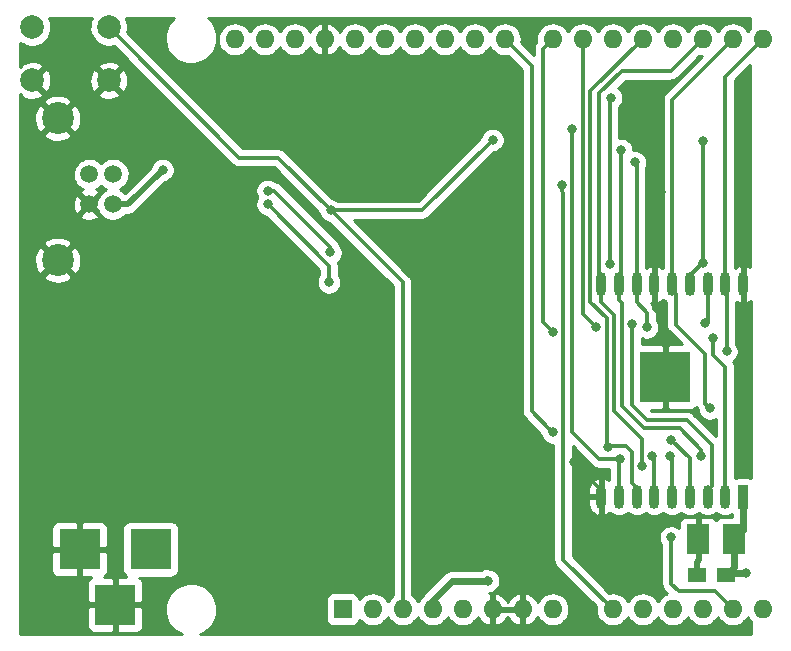
<source format=gbl>
%TF.GenerationSoftware,KiCad,Pcbnew,(2017-11-08 revision cd21218)-HEAD*%
%TF.CreationDate,2018-01-31T14:02:19+02:00*%
%TF.ProjectId,esp8266_uno,657370383236365F756E6F2E6B696361,rev?*%
%TF.SameCoordinates,Original*%
%TF.FileFunction,Copper,L2,Bot,Signal*%
%TF.FilePolarity,Positive*%
%FSLAX46Y46*%
G04 Gerber Fmt 4.6, Leading zero omitted, Abs format (unit mm)*
G04 Created by KiCad (PCBNEW (2017-11-08 revision cd21218)-HEAD) date Wed Jan 31 14:02:19 2018*
%MOMM*%
%LPD*%
G01*
G04 APERTURE LIST*
%TA.AperFunction,ComponentPad*%
%ADD10O,1.600000X1.600000*%
%TD*%
%TA.AperFunction,ComponentPad*%
%ADD11R,1.600000X1.600000*%
%TD*%
%TA.AperFunction,ComponentPad*%
%ADD12C,1.520000*%
%TD*%
%TA.AperFunction,ComponentPad*%
%ADD13C,2.700000*%
%TD*%
%TA.AperFunction,ComponentPad*%
%ADD14C,2.000000*%
%TD*%
%TA.AperFunction,ComponentPad*%
%ADD15R,3.500000X3.500000*%
%TD*%
%TA.AperFunction,SMDPad,CuDef*%
%ADD16R,1.500000X1.250000*%
%TD*%
%TA.AperFunction,SMDPad,CuDef*%
%ADD17R,1.950000X2.500000*%
%TD*%
%TA.AperFunction,SMDPad,CuDef*%
%ADD18O,0.900000X2.000000*%
%TD*%
%TA.AperFunction,SMDPad,CuDef*%
%ADD19R,0.900000X2.000000*%
%TD*%
%TA.AperFunction,SMDPad,CuDef*%
%ADD20R,4.300000X4.300000*%
%TD*%
%TA.AperFunction,ViaPad*%
%ADD21C,0.800000*%
%TD*%
%TA.AperFunction,Conductor*%
%ADD22C,0.350000*%
%TD*%
%TA.AperFunction,Conductor*%
%ADD23C,0.600000*%
%TD*%
%TA.AperFunction,Conductor*%
%ADD24C,0.500000*%
%TD*%
%TA.AperFunction,Conductor*%
%ADD25C,0.254000*%
%TD*%
G04 APERTURE END LIST*
D10*
%TO.P,A1,32*%
%TO.N,/GPIO5*%
X129671000Y-82169000D03*
%TO.P,A1,31*%
%TO.N,/GPIO4*%
X132211000Y-82169000D03*
D11*
%TO.P,A1,1*%
%TO.N,Net-(A1-Pad1)*%
X138811000Y-130429000D03*
D10*
%TO.P,A1,17*%
%TO.N,/GPIO4*%
X169291000Y-82169000D03*
%TO.P,A1,2*%
%TO.N,Net-(A1-Pad2)*%
X141351000Y-130429000D03*
%TO.P,A1,18*%
%TO.N,/GPIO0*%
X166751000Y-82169000D03*
%TO.P,A1,3*%
%TO.N,/RESET*%
X143891000Y-130429000D03*
%TO.P,A1,19*%
%TO.N,/GPIO2*%
X164211000Y-82169000D03*
%TO.P,A1,4*%
%TO.N,+3V3*%
X146431000Y-130429000D03*
%TO.P,A1,20*%
%TO.N,/GPIO14*%
X161671000Y-82169000D03*
%TO.P,A1,5*%
%TO.N,+5V*%
X148971000Y-130429000D03*
%TO.P,A1,21*%
%TO.N,/GPIO12*%
X159131000Y-82169000D03*
%TO.P,A1,6*%
%TO.N,GND*%
X151511000Y-130429000D03*
%TO.P,A1,22*%
%TO.N,/GPIO13*%
X156591000Y-82169000D03*
%TO.P,A1,7*%
%TO.N,GND*%
X154051000Y-130429000D03*
%TO.P,A1,23*%
%TO.N,/GPIO15*%
X152531000Y-82169000D03*
%TO.P,A1,8*%
%TO.N,Net-(A1-Pad8)*%
X156591000Y-130429000D03*
%TO.P,A1,24*%
%TO.N,Net-(A1-Pad24)*%
X149991000Y-82169000D03*
%TO.P,A1,9*%
%TO.N,/A0*%
X161671000Y-130429000D03*
%TO.P,A1,25*%
%TO.N,Net-(A1-Pad25)*%
X147451000Y-82169000D03*
%TO.P,A1,10*%
%TO.N,Net-(A1-Pad10)*%
X164211000Y-130429000D03*
%TO.P,A1,26*%
%TO.N,Net-(A1-Pad26)*%
X144911000Y-82169000D03*
%TO.P,A1,11*%
%TO.N,Net-(A1-Pad11)*%
X166751000Y-130429000D03*
%TO.P,A1,27*%
%TO.N,Net-(A1-Pad27)*%
X142371000Y-82169000D03*
%TO.P,A1,12*%
%TO.N,Net-(A1-Pad12)*%
X169291000Y-130429000D03*
%TO.P,A1,28*%
%TO.N,Net-(A1-Pad28)*%
X139831000Y-82169000D03*
%TO.P,A1,13*%
%TO.N,/GPIO4*%
X171831000Y-130429000D03*
%TO.P,A1,29*%
%TO.N,GND*%
X137291000Y-82169000D03*
%TO.P,A1,14*%
%TO.N,/GPIO5*%
X174371000Y-130429000D03*
%TO.P,A1,30*%
%TO.N,Net-(A1-Pad30)*%
X134751000Y-82169000D03*
%TO.P,A1,15*%
%TO.N,/GPIO16*%
X174371000Y-82169000D03*
%TO.P,A1,16*%
%TO.N,/GPIO5*%
X171831000Y-82169000D03*
%TD*%
D12*
%TO.P,P1,2*%
%TO.N,Net-(P1-Pad2)*%
X119380000Y-93599000D03*
%TO.P,P1,1*%
%TO.N,Net-(F1-Pad2)*%
X119380000Y-96139000D03*
%TO.P,P1,4*%
%TO.N,GND*%
X117380000Y-96139000D03*
%TO.P,P1,3*%
%TO.N,Net-(P1-Pad3)*%
X117380000Y-93599000D03*
D13*
%TO.P,P1,5*%
%TO.N,GND*%
X114680000Y-88869000D03*
X114680000Y-100869000D03*
%TD*%
D14*
%TO.P,SW1,2*%
%TO.N,GND*%
X112522000Y-85653000D03*
%TO.P,SW1,1*%
%TO.N,/RESET*%
X112522000Y-81153000D03*
%TO.P,SW1,2*%
%TO.N,GND*%
X119022000Y-85653000D03*
%TO.P,SW1,1*%
%TO.N,/RESET*%
X119022000Y-81153000D03*
%TD*%
D15*
%TO.P,J1,1*%
%TO.N,+5V*%
X122555000Y-125349000D03*
%TO.P,J1,2*%
%TO.N,GND*%
X116555000Y-125349000D03*
%TO.P,J1,3*%
X119555000Y-130049000D03*
%TD*%
D16*
%TO.P,C9,1*%
%TO.N,GND*%
X168803000Y-127508000D03*
%TO.P,C9,2*%
%TO.N,+3V3*%
X171303000Y-127508000D03*
%TD*%
D17*
%TO.P,C10,1*%
%TO.N,+3V3*%
X171959000Y-124460000D03*
%TO.P,C10,2*%
%TO.N,GND*%
X168909000Y-124460000D03*
%TD*%
D18*
%TO.P,U4,10*%
%TO.N,/GPIO4*%
X160720000Y-102904000D03*
%TO.P,U4,9*%
%TO.N,GND*%
X160720000Y-120904000D03*
D19*
%TO.P,U4,1*%
%TO.N,+3V3*%
X172720000Y-120904000D03*
D18*
%TO.P,U4,2*%
%TO.N,/EN*%
X171220000Y-120904000D03*
%TO.P,U4,3*%
%TO.N,/GPIO14*%
X169720000Y-120904000D03*
%TO.P,U4,4*%
%TO.N,/GPIO12*%
X168220000Y-120904000D03*
%TO.P,U4,5*%
%TO.N,/GPIO13*%
X166720000Y-120904000D03*
%TO.P,U4,6*%
%TO.N,/GPIO15*%
X165220000Y-120904000D03*
%TO.P,U4,7*%
%TO.N,/GPIO2*%
X163720000Y-120904000D03*
%TO.P,U4,8*%
%TO.N,/GPIO0*%
X162220000Y-120904000D03*
%TO.P,U4,11*%
%TO.N,/RX*%
X162220000Y-102904000D03*
%TO.P,U4,12*%
%TO.N,/TX*%
X163720000Y-102904000D03*
%TO.P,U4,13*%
%TO.N,GND*%
X165220000Y-102904000D03*
%TO.P,U4,14*%
%TO.N,/GPIO5*%
X166720000Y-102904000D03*
%TO.P,U4,15*%
%TO.N,/RESET*%
X168220000Y-102904000D03*
%TO.P,U4,16*%
%TO.N,/ADC*%
X169720000Y-102904000D03*
%TO.P,U4,17*%
%TO.N,/GPIO16*%
X171220000Y-102904000D03*
%TO.P,U4,18*%
%TO.N,GND*%
X172720000Y-102904000D03*
D20*
%TO.P,U4,PAD*%
X166140000Y-110784000D03*
%TD*%
D21*
%TO.N,/GPIO5*%
X169926000Y-113411000D03*
%TO.N,/GPIO4*%
X166624000Y-124333000D03*
X164197010Y-118267314D03*
%TO.N,GND*%
X153416000Y-99695000D03*
X154051000Y-126492000D03*
X158369000Y-117983000D03*
X165735000Y-95123000D03*
X172720000Y-101219000D03*
%TO.N,/A0*%
X157366990Y-94474010D03*
%TO.N,/RX*%
X162403800Y-91553010D03*
X169177990Y-117475000D03*
%TO.N,/TX*%
X163575998Y-92583000D03*
X164592000Y-106553000D03*
%TO.N,/RESET*%
X151511000Y-90678000D03*
X169291000Y-90805000D03*
X169291000Y-101092000D03*
X137795000Y-96647000D03*
%TO.N,+3V3*%
X172974000Y-127381000D03*
X151130000Y-128016000D03*
%TO.N,Net-(F1-Pad2)*%
X123571000Y-93218000D03*
%TO.N,/GPIO0*%
X158242000Y-89789001D03*
X162306000Y-117729000D03*
%TO.N,/EN*%
X170179998Y-107442000D03*
%TO.N,/GPIO2*%
X161290000Y-116713000D03*
%TO.N,/GPIO15*%
X165016023Y-117466162D03*
X156591000Y-115442996D03*
%TO.N,/ADC*%
X169528726Y-106188274D03*
%TO.N,/GPIO16*%
X171323000Y-108585000D03*
%TO.N,/GPIO14*%
X161544000Y-87122000D03*
X161417000Y-101219000D03*
X163338032Y-106299000D03*
%TO.N,/GPIO12*%
X166629240Y-116064027D03*
X160274000Y-106553000D03*
%TO.N,/GPIO13*%
X156604990Y-106934000D03*
X166497000Y-117475000D03*
%TO.N,Net-(R8-Pad1)*%
X137778726Y-100219274D03*
X132461000Y-94996000D03*
%TO.N,Net-(R9-Pad1)*%
X132461000Y-96139002D03*
X137668000Y-102743000D03*
%TD*%
D22*
%TO.N,/GPIO5*%
X167005000Y-106324002D02*
X169526001Y-108845003D01*
X167005000Y-103739000D02*
X167005000Y-106324002D01*
X166720000Y-103454000D02*
X167005000Y-103739000D01*
X166720000Y-102904000D02*
X166720000Y-103454000D01*
X169526001Y-108845003D02*
X169526001Y-113011001D01*
X169526001Y-113011001D02*
X169926000Y-113411000D01*
X166720000Y-102904000D02*
X166720000Y-87280000D01*
X166720000Y-87280000D02*
X171831000Y-82169000D01*
%TO.N,/GPIO4*%
X171831000Y-130429000D02*
X170307000Y-128905000D01*
X167259000Y-128905000D02*
X166624000Y-128270000D01*
X166624000Y-128270000D02*
X166624000Y-124333000D01*
X170307000Y-128905000D02*
X167259000Y-128905000D01*
X166610002Y-84849998D02*
X169291000Y-82169000D01*
X162449256Y-84849998D02*
X166610002Y-84849998D01*
X160541999Y-86757255D02*
X162449256Y-84849998D01*
X160720000Y-102904000D02*
X160541999Y-102725999D01*
X160541999Y-102725999D02*
X160541999Y-86757255D01*
X161813011Y-113680011D02*
X164141021Y-116008021D01*
X161813011Y-105496753D02*
X161813011Y-113680011D01*
X160720000Y-104403742D02*
X161813011Y-105496753D01*
X160720000Y-102904000D02*
X160720000Y-104403742D01*
X164141021Y-118211325D02*
X164197010Y-118267314D01*
X164141021Y-116008021D02*
X164141021Y-118211325D01*
%TO.N,GND*%
X154051000Y-130429000D02*
X154051000Y-126492000D01*
X158369000Y-118003000D02*
X158369000Y-117983000D01*
X160720000Y-120354000D02*
X158369000Y-118003000D01*
X160720000Y-120904000D02*
X160720000Y-120354000D01*
X166140000Y-105942000D02*
X166140000Y-110784000D01*
X165220000Y-102904000D02*
X165220000Y-105022000D01*
X165220000Y-105022000D02*
X166140000Y-105942000D01*
X165220000Y-102904000D02*
X165220000Y-95638000D01*
X165220000Y-95638000D02*
X165735000Y-95123000D01*
X172720000Y-102904000D02*
X172720000Y-101219000D01*
%TO.N,/A0*%
X157366990Y-95039695D02*
X157366990Y-94474010D01*
X157479998Y-95152703D02*
X157366990Y-95039695D01*
X161671000Y-130429000D02*
X157479998Y-126237998D01*
X157479998Y-126237998D02*
X157479998Y-95152703D01*
%TO.N,/RX*%
X162403800Y-102720200D02*
X162403800Y-91553010D01*
X162220000Y-102904000D02*
X162403800Y-102720200D01*
X162220000Y-104254000D02*
X162463022Y-104497022D01*
X164358755Y-115077011D02*
X167345686Y-115077011D01*
X162463022Y-113181278D02*
X164358755Y-115077011D01*
X167345686Y-115077011D02*
X169177990Y-116909315D01*
X169177990Y-116909315D02*
X169177990Y-117475000D01*
X162463022Y-104497022D02*
X162463022Y-113181278D01*
X162220000Y-102904000D02*
X162220000Y-104254000D01*
%TO.N,/TX*%
X163720000Y-102904000D02*
X163720000Y-92727002D01*
X163720000Y-92727002D02*
X163575998Y-92583000D01*
X164592000Y-106553000D02*
X164592000Y-105313254D01*
X163720000Y-104441254D02*
X163720000Y-102904000D01*
X164592000Y-105313254D02*
X163720000Y-104441254D01*
%TO.N,/RESET*%
X120021999Y-82175999D02*
X120021999Y-82152999D01*
X120021999Y-82152999D02*
X119022000Y-81153000D01*
X133350000Y-92202000D02*
X130048000Y-92202000D01*
X130048000Y-92202000D02*
X120021999Y-82175999D01*
X137795000Y-96647000D02*
X133350000Y-92202000D01*
X143891000Y-130429000D02*
X143891000Y-102743000D01*
X143891000Y-102743000D02*
X137795000Y-96647000D01*
X145542000Y-96647000D02*
X151511000Y-90678000D01*
X137795000Y-96647000D02*
X145542000Y-96647000D01*
X169291000Y-101092000D02*
X169291000Y-90805000D01*
X168220000Y-102904000D02*
X168220000Y-102163000D01*
X168220000Y-102163000D02*
X169291000Y-101092000D01*
D23*
%TO.N,+3V3*%
X151130000Y-128016000D02*
X148082000Y-128016000D01*
X148082000Y-128016000D02*
X146431000Y-129667000D01*
X146431000Y-129667000D02*
X146431000Y-130429000D01*
X172974000Y-127381000D02*
X171430000Y-127381000D01*
X151003000Y-127889000D02*
X151130000Y-128016000D01*
X171430000Y-127381000D02*
X171303000Y-127508000D01*
X171959000Y-124460000D02*
X171959000Y-126852000D01*
X171959000Y-126852000D02*
X171303000Y-127508000D01*
X172720000Y-120904000D02*
X172720000Y-123699000D01*
X172720000Y-123699000D02*
X171959000Y-124460000D01*
D24*
%TO.N,Net-(F1-Pad2)*%
X119380000Y-96139000D02*
X120650000Y-96139000D01*
X120650000Y-96139000D02*
X123571000Y-93218000D01*
D22*
%TO.N,/GPIO0*%
X158242000Y-115443000D02*
X158242000Y-89789001D01*
X162306000Y-117729000D02*
X160528000Y-117729000D01*
X160528000Y-117729000D02*
X158242000Y-115443000D01*
X162220000Y-120904000D02*
X162220000Y-117815000D01*
X162220000Y-117815000D02*
X162306000Y-117729000D01*
%TO.N,/EN*%
X171220000Y-109904002D02*
X170179998Y-108864000D01*
X171220000Y-120904000D02*
X171220000Y-109904002D01*
X170179998Y-108864000D02*
X170179998Y-107442000D01*
%TO.N,/GPIO2*%
X161290000Y-116586000D02*
X161163000Y-116459000D01*
X161163000Y-116459000D02*
X161163000Y-105765996D01*
X161163000Y-105765996D02*
X159794990Y-104397986D01*
X159794990Y-104397986D02*
X159794990Y-86585010D01*
X159794990Y-86585010D02*
X164211000Y-82169000D01*
X161290000Y-116586000D02*
X161290000Y-116713000D01*
X163322000Y-117094000D02*
X163322000Y-119761000D01*
X161290000Y-116586000D02*
X162814000Y-116586000D01*
X162814000Y-116586000D02*
X163322000Y-117094000D01*
X163322000Y-119761000D02*
X163720000Y-120159000D01*
X163720000Y-120159000D02*
X163720000Y-120904000D01*
%TO.N,/GPIO15*%
X156190997Y-115042997D02*
X156191001Y-115042997D01*
X154813000Y-113665000D02*
X156190997Y-115042997D01*
X154813000Y-84451000D02*
X154813000Y-113665000D01*
X152531000Y-82169000D02*
X154813000Y-84451000D01*
X156191001Y-115042997D02*
X156591000Y-115442996D01*
X165220000Y-120904000D02*
X165220000Y-117670139D01*
X165220000Y-117670139D02*
X165016023Y-117466162D01*
%TO.N,/ADC*%
X169720000Y-102904000D02*
X169720000Y-105997000D01*
X169720000Y-105997000D02*
X169528726Y-106188274D01*
%TO.N,/GPIO16*%
X171220000Y-102904000D02*
X171323000Y-103007000D01*
X171323000Y-103007000D02*
X171323000Y-108585000D01*
X171220000Y-102904000D02*
X171220000Y-85320000D01*
X171220000Y-85320000D02*
X174371000Y-82169000D01*
%TO.N,/GPIO14*%
X161417000Y-101219000D02*
X161417000Y-87249000D01*
X161417000Y-87249000D02*
X161544000Y-87122000D01*
X169720000Y-120354000D02*
X170053000Y-120021000D01*
X169720000Y-120904000D02*
X169720000Y-120354000D01*
X164627998Y-114427000D02*
X163338032Y-113137034D01*
X163338032Y-113137034D02*
X163338032Y-106299000D01*
X170053000Y-120021000D02*
X170053000Y-116530744D01*
X167949256Y-114427000D02*
X164627998Y-114427000D01*
X170053000Y-116530744D02*
X167949256Y-114427000D01*
%TO.N,/GPIO12*%
X159131000Y-105410000D02*
X160274000Y-106553000D01*
X159131000Y-82169000D02*
X159131000Y-105410000D01*
X168220000Y-117654787D02*
X166629240Y-116064027D01*
X168220000Y-120904000D02*
X168220000Y-117654787D01*
%TO.N,/GPIO13*%
X155791001Y-106120011D02*
X156604990Y-106934000D01*
X155791001Y-82968999D02*
X155791001Y-106120011D01*
X156591000Y-82169000D02*
X155791001Y-82968999D01*
X166720000Y-117698000D02*
X166497000Y-117475000D01*
X166720000Y-120904000D02*
X166720000Y-117698000D01*
%TO.N,Net-(R8-Pad1)*%
X132461000Y-94996000D02*
X133026685Y-94996000D01*
X137778726Y-99748041D02*
X137778726Y-100219274D01*
X133026685Y-94996000D02*
X137778726Y-99748041D01*
%TO.N,Net-(R9-Pad1)*%
X132461002Y-96139002D02*
X132461000Y-96139002D01*
X137668000Y-102743000D02*
X137668000Y-101346000D01*
X137668000Y-101346000D02*
X132461002Y-96139002D01*
%TD*%
D25*
%TO.N,GND*%
G36*
X117582306Y-80361522D02*
X117455993Y-80656233D01*
X117389328Y-80969866D01*
X117384851Y-81290475D01*
X117442733Y-81605848D01*
X117560768Y-81903971D01*
X117734461Y-82173491D01*
X117957197Y-82404140D01*
X118220490Y-82587133D01*
X118514313Y-82715501D01*
X118827473Y-82784354D01*
X119148043Y-82791069D01*
X119440361Y-82739525D01*
X119441302Y-82740703D01*
X119447144Y-82746626D01*
X119447247Y-82746753D01*
X119447364Y-82746850D01*
X119449243Y-82748755D01*
X129475244Y-92774757D01*
X129533079Y-92822263D01*
X129590377Y-92870342D01*
X129594108Y-92872393D01*
X129597401Y-92875098D01*
X129663328Y-92910447D01*
X129728907Y-92946500D01*
X129732970Y-92947789D01*
X129736721Y-92949800D01*
X129808236Y-92971665D01*
X129879592Y-92994300D01*
X129883825Y-92994775D01*
X129887898Y-92996020D01*
X129962333Y-93003581D01*
X130036691Y-93011921D01*
X130045017Y-93011979D01*
X130045173Y-93011995D01*
X130045318Y-93011981D01*
X130048000Y-93012000D01*
X133014488Y-93012000D01*
X136763613Y-96761126D01*
X136795280Y-96933665D01*
X136870000Y-97122386D01*
X136979953Y-97292999D01*
X137120950Y-97439006D01*
X137287622Y-97554846D01*
X137473620Y-97636106D01*
X137671859Y-97679692D01*
X137682401Y-97679913D01*
X143081000Y-103078513D01*
X143081000Y-129240795D01*
X142886983Y-129396789D01*
X142706962Y-129611329D01*
X142620772Y-129768109D01*
X142546242Y-129627940D01*
X142369234Y-129410907D01*
X142153442Y-129232388D01*
X141907085Y-129099183D01*
X141639547Y-129016367D01*
X141361018Y-128987092D01*
X141082108Y-129012475D01*
X140813440Y-129091548D01*
X140565247Y-129221300D01*
X140346983Y-129396789D01*
X140238889Y-129525610D01*
X140236812Y-129504518D01*
X140200502Y-129384820D01*
X140141537Y-129274506D01*
X140062185Y-129177815D01*
X139965494Y-129098463D01*
X139855180Y-129039498D01*
X139735482Y-129003188D01*
X139611000Y-128990928D01*
X138011000Y-128990928D01*
X137886518Y-129003188D01*
X137766820Y-129039498D01*
X137656506Y-129098463D01*
X137559815Y-129177815D01*
X137480463Y-129274506D01*
X137421498Y-129384820D01*
X137385188Y-129504518D01*
X137372928Y-129629000D01*
X137372928Y-131229000D01*
X137385188Y-131353482D01*
X137421498Y-131473180D01*
X137480463Y-131583494D01*
X137559815Y-131680185D01*
X137656506Y-131759537D01*
X137766820Y-131818502D01*
X137886518Y-131854812D01*
X138011000Y-131867072D01*
X139611000Y-131867072D01*
X139735482Y-131854812D01*
X139855180Y-131818502D01*
X139965494Y-131759537D01*
X140062185Y-131680185D01*
X140141537Y-131583494D01*
X140200502Y-131473180D01*
X140236812Y-131353482D01*
X140238925Y-131332032D01*
X140332766Y-131447093D01*
X140548558Y-131625612D01*
X140794915Y-131758817D01*
X141062453Y-131841633D01*
X141340982Y-131870908D01*
X141619892Y-131845525D01*
X141888560Y-131766452D01*
X142136753Y-131636700D01*
X142355017Y-131461211D01*
X142535038Y-131246671D01*
X142621228Y-131089891D01*
X142695758Y-131230060D01*
X142872766Y-131447093D01*
X143088558Y-131625612D01*
X143334915Y-131758817D01*
X143602453Y-131841633D01*
X143880982Y-131870908D01*
X144159892Y-131845525D01*
X144428560Y-131766452D01*
X144676753Y-131636700D01*
X144895017Y-131461211D01*
X145075038Y-131246671D01*
X145161228Y-131089891D01*
X145235758Y-131230060D01*
X145412766Y-131447093D01*
X145628558Y-131625612D01*
X145874915Y-131758817D01*
X146142453Y-131841633D01*
X146420982Y-131870908D01*
X146699892Y-131845525D01*
X146968560Y-131766452D01*
X147216753Y-131636700D01*
X147435017Y-131461211D01*
X147615038Y-131246671D01*
X147701228Y-131089891D01*
X147775758Y-131230060D01*
X147952766Y-131447093D01*
X148168558Y-131625612D01*
X148414915Y-131758817D01*
X148682453Y-131841633D01*
X148960982Y-131870908D01*
X149239892Y-131845525D01*
X149508560Y-131766452D01*
X149756753Y-131636700D01*
X149975017Y-131461211D01*
X150155038Y-131246671D01*
X150241656Y-131089112D01*
X150358615Y-131284131D01*
X150547586Y-131492519D01*
X150773580Y-131660037D01*
X151027913Y-131780246D01*
X151161961Y-131820904D01*
X151384000Y-131698915D01*
X151384000Y-130556000D01*
X151638000Y-130556000D01*
X151638000Y-131698915D01*
X151860039Y-131820904D01*
X151994087Y-131780246D01*
X152248420Y-131660037D01*
X152474414Y-131492519D01*
X152663385Y-131284131D01*
X152781000Y-131088018D01*
X152898615Y-131284131D01*
X153087586Y-131492519D01*
X153313580Y-131660037D01*
X153567913Y-131780246D01*
X153701961Y-131820904D01*
X153924000Y-131698915D01*
X153924000Y-130556000D01*
X151638000Y-130556000D01*
X151384000Y-130556000D01*
X151364000Y-130556000D01*
X151364000Y-130302000D01*
X151384000Y-130302000D01*
X151384000Y-129159085D01*
X151638000Y-129159085D01*
X151638000Y-130302000D01*
X153924000Y-130302000D01*
X153924000Y-129159085D01*
X154178000Y-129159085D01*
X154178000Y-130302000D01*
X154198000Y-130302000D01*
X154198000Y-130556000D01*
X154178000Y-130556000D01*
X154178000Y-131698915D01*
X154400039Y-131820904D01*
X154534087Y-131780246D01*
X154788420Y-131660037D01*
X155014414Y-131492519D01*
X155203385Y-131284131D01*
X155320593Y-131088696D01*
X155395758Y-131230060D01*
X155572766Y-131447093D01*
X155788558Y-131625612D01*
X156034915Y-131758817D01*
X156302453Y-131841633D01*
X156580982Y-131870908D01*
X156859892Y-131845525D01*
X157128560Y-131766452D01*
X157376753Y-131636700D01*
X157595017Y-131461211D01*
X157775038Y-131246671D01*
X157909959Y-131001250D01*
X157994642Y-130734296D01*
X158025860Y-130455979D01*
X158026000Y-130435943D01*
X158026000Y-130422057D01*
X157998671Y-130143331D01*
X157917724Y-129875221D01*
X157786242Y-129627940D01*
X157609234Y-129410907D01*
X157393442Y-129232388D01*
X157147085Y-129099183D01*
X156879547Y-129016367D01*
X156601018Y-128987092D01*
X156322108Y-129012475D01*
X156053440Y-129091548D01*
X155805247Y-129221300D01*
X155586983Y-129396789D01*
X155406962Y-129611329D01*
X155320344Y-129768888D01*
X155203385Y-129573869D01*
X155014414Y-129365481D01*
X154788420Y-129197963D01*
X154534087Y-129077754D01*
X154400039Y-129037096D01*
X154178000Y-129159085D01*
X153924000Y-129159085D01*
X153701961Y-129037096D01*
X153567913Y-129077754D01*
X153313580Y-129197963D01*
X153087586Y-129365481D01*
X152898615Y-129573869D01*
X152781000Y-129769982D01*
X152663385Y-129573869D01*
X152474414Y-129365481D01*
X152248420Y-129197963D01*
X151994087Y-129077754D01*
X151860039Y-129037096D01*
X151638000Y-129159085D01*
X151384000Y-129159085D01*
X151190053Y-129052530D01*
X151209788Y-129052943D01*
X151409679Y-129017697D01*
X151598916Y-128944296D01*
X151770293Y-128835537D01*
X151917281Y-128695563D01*
X152034282Y-128529703D01*
X152116839Y-128344278D01*
X152161807Y-128146348D01*
X152165044Y-127914513D01*
X152125620Y-127715405D01*
X152048273Y-127527746D01*
X151935948Y-127358684D01*
X151792926Y-127214660D01*
X151624653Y-127101158D01*
X151437539Y-127022503D01*
X151238710Y-126981689D01*
X151217556Y-126981541D01*
X151187809Y-126972447D01*
X151006264Y-126954005D01*
X150824593Y-126971179D01*
X150649719Y-127023311D01*
X150540302Y-127081000D01*
X148082000Y-127081000D01*
X147996077Y-127089425D01*
X147910006Y-127096955D01*
X147905282Y-127098327D01*
X147900391Y-127098807D01*
X147817741Y-127123760D01*
X147734771Y-127147865D01*
X147730405Y-127150128D01*
X147725699Y-127151549D01*
X147649472Y-127192080D01*
X147572762Y-127231843D01*
X147568917Y-127234912D01*
X147564579Y-127237219D01*
X147497672Y-127291787D01*
X147430151Y-127345688D01*
X147423308Y-127352436D01*
X147423167Y-127352551D01*
X147423059Y-127352682D01*
X147420855Y-127354855D01*
X145769855Y-129005855D01*
X145715036Y-129072594D01*
X145659519Y-129138756D01*
X145657149Y-129143067D01*
X145654030Y-129146864D01*
X145613233Y-129222949D01*
X145589497Y-129266124D01*
X145426983Y-129396789D01*
X145246962Y-129611329D01*
X145160772Y-129768109D01*
X145086242Y-129627940D01*
X144909234Y-129410907D01*
X144701000Y-129238641D01*
X144701000Y-102743000D01*
X144693701Y-102668556D01*
X144687178Y-102593999D01*
X144685990Y-102589908D01*
X144685574Y-102585670D01*
X144663959Y-102514080D01*
X144643074Y-102442192D01*
X144641112Y-102438407D01*
X144639882Y-102434333D01*
X144604777Y-102368311D01*
X144570323Y-102301842D01*
X144567665Y-102298512D01*
X144565666Y-102294753D01*
X144518380Y-102236775D01*
X144471697Y-102178296D01*
X144465852Y-102172368D01*
X144465752Y-102172246D01*
X144465639Y-102172152D01*
X144463757Y-102170244D01*
X139750512Y-97457000D01*
X145542000Y-97457000D01*
X145616535Y-97449692D01*
X145691001Y-97443177D01*
X145695087Y-97441990D01*
X145699330Y-97441574D01*
X145770962Y-97419947D01*
X145842808Y-97399074D01*
X145846593Y-97397112D01*
X145850667Y-97395882D01*
X145916689Y-97360777D01*
X145983158Y-97326323D01*
X145986488Y-97323665D01*
X145990247Y-97321666D01*
X146048225Y-97274380D01*
X146106704Y-97227697D01*
X146112627Y-97221855D01*
X146112754Y-97221752D01*
X146112851Y-97221635D01*
X146114756Y-97219756D01*
X151625731Y-91708782D01*
X151790679Y-91679697D01*
X151979916Y-91606296D01*
X152151293Y-91497537D01*
X152298281Y-91357563D01*
X152415282Y-91191703D01*
X152497839Y-91006278D01*
X152542807Y-90808348D01*
X152546044Y-90576513D01*
X152506620Y-90377405D01*
X152429273Y-90189746D01*
X152316948Y-90020684D01*
X152173926Y-89876660D01*
X152005653Y-89763158D01*
X151818539Y-89684503D01*
X151619710Y-89643689D01*
X151416741Y-89642272D01*
X151217363Y-89680306D01*
X151029168Y-89756341D01*
X150859327Y-89867482D01*
X150714308Y-90009496D01*
X150599634Y-90176972D01*
X150519674Y-90363533D01*
X150477473Y-90562071D01*
X150477417Y-90566070D01*
X145206488Y-95837000D01*
X138445087Y-95837000D01*
X138289653Y-95732158D01*
X138102539Y-95653503D01*
X137906846Y-95613333D01*
X133922756Y-91629244D01*
X133864929Y-91581743D01*
X133807623Y-91533658D01*
X133803895Y-91531608D01*
X133800600Y-91528902D01*
X133734652Y-91493541D01*
X133669093Y-91457500D01*
X133665030Y-91456211D01*
X133661279Y-91454200D01*
X133589805Y-91432348D01*
X133518408Y-91409700D01*
X133514170Y-91409225D01*
X133510102Y-91407981D01*
X133435717Y-91400425D01*
X133361309Y-91392079D01*
X133352983Y-91392021D01*
X133352827Y-91392005D01*
X133352682Y-91392019D01*
X133350000Y-91392000D01*
X130383513Y-91392000D01*
X120697120Y-81705608D01*
X120696665Y-81704752D01*
X120649379Y-81646774D01*
X120602696Y-81588295D01*
X120600376Y-81585942D01*
X120651956Y-81358911D01*
X120657070Y-80992680D01*
X120594791Y-80678146D01*
X120472604Y-80381700D01*
X120448336Y-80345174D01*
X124522211Y-80345174D01*
X124263607Y-80598419D01*
X124015978Y-80960071D01*
X123843311Y-81362933D01*
X123752182Y-81791662D01*
X123746062Y-82229925D01*
X123825185Y-82661030D01*
X123986536Y-83068557D01*
X124223970Y-83436982D01*
X124528443Y-83752273D01*
X124888358Y-84002421D01*
X125290005Y-84177896D01*
X125718087Y-84272016D01*
X126156297Y-84281195D01*
X126587944Y-84205084D01*
X126996587Y-84046582D01*
X127366661Y-83811726D01*
X127684070Y-83509461D01*
X127936724Y-83151302D01*
X128114999Y-82750889D01*
X128212105Y-82323475D01*
X128214359Y-82162057D01*
X128236000Y-82162057D01*
X128236000Y-82175943D01*
X128263329Y-82454669D01*
X128344276Y-82722779D01*
X128475758Y-82970060D01*
X128652766Y-83187093D01*
X128868558Y-83365612D01*
X129114915Y-83498817D01*
X129382453Y-83581633D01*
X129660982Y-83610908D01*
X129939892Y-83585525D01*
X130208560Y-83506452D01*
X130456753Y-83376700D01*
X130675017Y-83201211D01*
X130855038Y-82986671D01*
X130941228Y-82829891D01*
X131015758Y-82970060D01*
X131192766Y-83187093D01*
X131408558Y-83365612D01*
X131654915Y-83498817D01*
X131922453Y-83581633D01*
X132200982Y-83610908D01*
X132479892Y-83585525D01*
X132748560Y-83506452D01*
X132996753Y-83376700D01*
X133215017Y-83201211D01*
X133395038Y-82986671D01*
X133481228Y-82829891D01*
X133555758Y-82970060D01*
X133732766Y-83187093D01*
X133948558Y-83365612D01*
X134194915Y-83498817D01*
X134462453Y-83581633D01*
X134740982Y-83610908D01*
X135019892Y-83585525D01*
X135288560Y-83506452D01*
X135536753Y-83376700D01*
X135755017Y-83201211D01*
X135935038Y-82986671D01*
X136021656Y-82829112D01*
X136138615Y-83024131D01*
X136327586Y-83232519D01*
X136553580Y-83400037D01*
X136807913Y-83520246D01*
X136941961Y-83560904D01*
X137164000Y-83438915D01*
X137164000Y-82296000D01*
X137144000Y-82296000D01*
X137144000Y-82042000D01*
X137164000Y-82042000D01*
X137164000Y-80899085D01*
X136941961Y-80777096D01*
X136807913Y-80817754D01*
X136553580Y-80937963D01*
X136327586Y-81105481D01*
X136138615Y-81313869D01*
X136021407Y-81509304D01*
X135946242Y-81367940D01*
X135769234Y-81150907D01*
X135553442Y-80972388D01*
X135307085Y-80839183D01*
X135039547Y-80756367D01*
X134761018Y-80727092D01*
X134482108Y-80752475D01*
X134213440Y-80831548D01*
X133965247Y-80961300D01*
X133746983Y-81136789D01*
X133566962Y-81351329D01*
X133480772Y-81508109D01*
X133406242Y-81367940D01*
X133229234Y-81150907D01*
X133013442Y-80972388D01*
X132767085Y-80839183D01*
X132499547Y-80756367D01*
X132221018Y-80727092D01*
X131942108Y-80752475D01*
X131673440Y-80831548D01*
X131425247Y-80961300D01*
X131206983Y-81136789D01*
X131026962Y-81351329D01*
X130940772Y-81508109D01*
X130866242Y-81367940D01*
X130689234Y-81150907D01*
X130473442Y-80972388D01*
X130227085Y-80839183D01*
X129959547Y-80756367D01*
X129681018Y-80727092D01*
X129402108Y-80752475D01*
X129133440Y-80831548D01*
X128885247Y-80961300D01*
X128666983Y-81136789D01*
X128486962Y-81351329D01*
X128352041Y-81596750D01*
X128267358Y-81863704D01*
X128236140Y-82142021D01*
X128236000Y-82162057D01*
X128214359Y-82162057D01*
X128219096Y-81822847D01*
X128133962Y-81392888D01*
X127966936Y-80987654D01*
X127724381Y-80622580D01*
X127448905Y-80345174D01*
X173294326Y-80345174D01*
X173296583Y-81220688D01*
X173186962Y-81351329D01*
X173100772Y-81508109D01*
X173026242Y-81367940D01*
X172849234Y-81150907D01*
X172633442Y-80972388D01*
X172387085Y-80839183D01*
X172119547Y-80756367D01*
X171841018Y-80727092D01*
X171562108Y-80752475D01*
X171293440Y-80831548D01*
X171045247Y-80961300D01*
X170826983Y-81136789D01*
X170646962Y-81351329D01*
X170560772Y-81508109D01*
X170486242Y-81367940D01*
X170309234Y-81150907D01*
X170093442Y-80972388D01*
X169847085Y-80839183D01*
X169579547Y-80756367D01*
X169301018Y-80727092D01*
X169022108Y-80752475D01*
X168753440Y-80831548D01*
X168505247Y-80961300D01*
X168286983Y-81136789D01*
X168106962Y-81351329D01*
X168020772Y-81508109D01*
X167946242Y-81367940D01*
X167769234Y-81150907D01*
X167553442Y-80972388D01*
X167307085Y-80839183D01*
X167039547Y-80756367D01*
X166761018Y-80727092D01*
X166482108Y-80752475D01*
X166213440Y-80831548D01*
X165965247Y-80961300D01*
X165746983Y-81136789D01*
X165566962Y-81351329D01*
X165480772Y-81508109D01*
X165406242Y-81367940D01*
X165229234Y-81150907D01*
X165013442Y-80972388D01*
X164767085Y-80839183D01*
X164499547Y-80756367D01*
X164221018Y-80727092D01*
X163942108Y-80752475D01*
X163673440Y-80831548D01*
X163425247Y-80961300D01*
X163206983Y-81136789D01*
X163026962Y-81351329D01*
X162940772Y-81508109D01*
X162866242Y-81367940D01*
X162689234Y-81150907D01*
X162473442Y-80972388D01*
X162227085Y-80839183D01*
X161959547Y-80756367D01*
X161681018Y-80727092D01*
X161402108Y-80752475D01*
X161133440Y-80831548D01*
X160885247Y-80961300D01*
X160666983Y-81136789D01*
X160486962Y-81351329D01*
X160400772Y-81508109D01*
X160326242Y-81367940D01*
X160149234Y-81150907D01*
X159933442Y-80972388D01*
X159687085Y-80839183D01*
X159419547Y-80756367D01*
X159141018Y-80727092D01*
X158862108Y-80752475D01*
X158593440Y-80831548D01*
X158345247Y-80961300D01*
X158126983Y-81136789D01*
X157946962Y-81351329D01*
X157860772Y-81508109D01*
X157786242Y-81367940D01*
X157609234Y-81150907D01*
X157393442Y-80972388D01*
X157147085Y-80839183D01*
X156879547Y-80756367D01*
X156601018Y-80727092D01*
X156322108Y-80752475D01*
X156053440Y-80831548D01*
X155805247Y-80961300D01*
X155586983Y-81136789D01*
X155406962Y-81351329D01*
X155272041Y-81596750D01*
X155187358Y-81863704D01*
X155156140Y-82142021D01*
X155156000Y-82162057D01*
X155156000Y-82175943D01*
X155181935Y-82440447D01*
X155170744Y-82454070D01*
X155122659Y-82511376D01*
X155120609Y-82515104D01*
X155117903Y-82518399D01*
X155082542Y-82584347D01*
X155046501Y-82649906D01*
X155045212Y-82653969D01*
X155043201Y-82657720D01*
X155021349Y-82729194D01*
X154998701Y-82800591D01*
X154998226Y-82804829D01*
X154996982Y-82808897D01*
X154989426Y-82883282D01*
X154981080Y-82957690D01*
X154981022Y-82966016D01*
X154981006Y-82966172D01*
X154981020Y-82966317D01*
X154981001Y-82968999D01*
X154981001Y-83473488D01*
X153939399Y-82431887D01*
X153965860Y-82195979D01*
X153966000Y-82175943D01*
X153966000Y-82162057D01*
X153938671Y-81883331D01*
X153857724Y-81615221D01*
X153726242Y-81367940D01*
X153549234Y-81150907D01*
X153333442Y-80972388D01*
X153087085Y-80839183D01*
X152819547Y-80756367D01*
X152541018Y-80727092D01*
X152262108Y-80752475D01*
X151993440Y-80831548D01*
X151745247Y-80961300D01*
X151526983Y-81136789D01*
X151346962Y-81351329D01*
X151260772Y-81508109D01*
X151186242Y-81367940D01*
X151009234Y-81150907D01*
X150793442Y-80972388D01*
X150547085Y-80839183D01*
X150279547Y-80756367D01*
X150001018Y-80727092D01*
X149722108Y-80752475D01*
X149453440Y-80831548D01*
X149205247Y-80961300D01*
X148986983Y-81136789D01*
X148806962Y-81351329D01*
X148720772Y-81508109D01*
X148646242Y-81367940D01*
X148469234Y-81150907D01*
X148253442Y-80972388D01*
X148007085Y-80839183D01*
X147739547Y-80756367D01*
X147461018Y-80727092D01*
X147182108Y-80752475D01*
X146913440Y-80831548D01*
X146665247Y-80961300D01*
X146446983Y-81136789D01*
X146266962Y-81351329D01*
X146180772Y-81508109D01*
X146106242Y-81367940D01*
X145929234Y-81150907D01*
X145713442Y-80972388D01*
X145467085Y-80839183D01*
X145199547Y-80756367D01*
X144921018Y-80727092D01*
X144642108Y-80752475D01*
X144373440Y-80831548D01*
X144125247Y-80961300D01*
X143906983Y-81136789D01*
X143726962Y-81351329D01*
X143640772Y-81508109D01*
X143566242Y-81367940D01*
X143389234Y-81150907D01*
X143173442Y-80972388D01*
X142927085Y-80839183D01*
X142659547Y-80756367D01*
X142381018Y-80727092D01*
X142102108Y-80752475D01*
X141833440Y-80831548D01*
X141585247Y-80961300D01*
X141366983Y-81136789D01*
X141186962Y-81351329D01*
X141100772Y-81508109D01*
X141026242Y-81367940D01*
X140849234Y-81150907D01*
X140633442Y-80972388D01*
X140387085Y-80839183D01*
X140119547Y-80756367D01*
X139841018Y-80727092D01*
X139562108Y-80752475D01*
X139293440Y-80831548D01*
X139045247Y-80961300D01*
X138826983Y-81136789D01*
X138646962Y-81351329D01*
X138560344Y-81508888D01*
X138443385Y-81313869D01*
X138254414Y-81105481D01*
X138028420Y-80937963D01*
X137774087Y-80817754D01*
X137640039Y-80777096D01*
X137418000Y-80899085D01*
X137418000Y-82042000D01*
X137438000Y-82042000D01*
X137438000Y-82296000D01*
X137418000Y-82296000D01*
X137418000Y-83438915D01*
X137640039Y-83560904D01*
X137774087Y-83520246D01*
X138028420Y-83400037D01*
X138254414Y-83232519D01*
X138443385Y-83024131D01*
X138560593Y-82828696D01*
X138635758Y-82970060D01*
X138812766Y-83187093D01*
X139028558Y-83365612D01*
X139274915Y-83498817D01*
X139542453Y-83581633D01*
X139820982Y-83610908D01*
X140099892Y-83585525D01*
X140368560Y-83506452D01*
X140616753Y-83376700D01*
X140835017Y-83201211D01*
X141015038Y-82986671D01*
X141101228Y-82829891D01*
X141175758Y-82970060D01*
X141352766Y-83187093D01*
X141568558Y-83365612D01*
X141814915Y-83498817D01*
X142082453Y-83581633D01*
X142360982Y-83610908D01*
X142639892Y-83585525D01*
X142908560Y-83506452D01*
X143156753Y-83376700D01*
X143375017Y-83201211D01*
X143555038Y-82986671D01*
X143641228Y-82829891D01*
X143715758Y-82970060D01*
X143892766Y-83187093D01*
X144108558Y-83365612D01*
X144354915Y-83498817D01*
X144622453Y-83581633D01*
X144900982Y-83610908D01*
X145179892Y-83585525D01*
X145448560Y-83506452D01*
X145696753Y-83376700D01*
X145915017Y-83201211D01*
X146095038Y-82986671D01*
X146181228Y-82829891D01*
X146255758Y-82970060D01*
X146432766Y-83187093D01*
X146648558Y-83365612D01*
X146894915Y-83498817D01*
X147162453Y-83581633D01*
X147440982Y-83610908D01*
X147719892Y-83585525D01*
X147988560Y-83506452D01*
X148236753Y-83376700D01*
X148455017Y-83201211D01*
X148635038Y-82986671D01*
X148721228Y-82829891D01*
X148795758Y-82970060D01*
X148972766Y-83187093D01*
X149188558Y-83365612D01*
X149434915Y-83498817D01*
X149702453Y-83581633D01*
X149980982Y-83610908D01*
X150259892Y-83585525D01*
X150528560Y-83506452D01*
X150776753Y-83376700D01*
X150995017Y-83201211D01*
X151175038Y-82986671D01*
X151261228Y-82829891D01*
X151335758Y-82970060D01*
X151512766Y-83187093D01*
X151728558Y-83365612D01*
X151974915Y-83498817D01*
X152242453Y-83581633D01*
X152520982Y-83610908D01*
X152799892Y-83585525D01*
X152801530Y-83585043D01*
X154003000Y-84786513D01*
X154003000Y-113665000D01*
X154010308Y-113739535D01*
X154016823Y-113814001D01*
X154018010Y-113818087D01*
X154018426Y-113822330D01*
X154040053Y-113893962D01*
X154060926Y-113965808D01*
X154062888Y-113969593D01*
X154064118Y-113973667D01*
X154099223Y-114039689D01*
X154133677Y-114106158D01*
X154136335Y-114109488D01*
X154138334Y-114113247D01*
X154185620Y-114171225D01*
X154232303Y-114229704D01*
X154238145Y-114235627D01*
X154238248Y-114235754D01*
X154238365Y-114235851D01*
X154240244Y-114237756D01*
X155559614Y-115557127D01*
X155591280Y-115729661D01*
X155666000Y-115918382D01*
X155775953Y-116088995D01*
X155916950Y-116235002D01*
X156083622Y-116350842D01*
X156269620Y-116432102D01*
X156467859Y-116475688D01*
X156669998Y-116479922D01*
X156669998Y-126237998D01*
X156677306Y-126312533D01*
X156683821Y-126386999D01*
X156685008Y-126391085D01*
X156685424Y-126395328D01*
X156707051Y-126466960D01*
X156727924Y-126538806D01*
X156729886Y-126542591D01*
X156731116Y-126546665D01*
X156766221Y-126612687D01*
X156800675Y-126679156D01*
X156803333Y-126682486D01*
X156805332Y-126686245D01*
X156852618Y-126744223D01*
X156899301Y-126802702D01*
X156905143Y-126808625D01*
X156905246Y-126808752D01*
X156905363Y-126808849D01*
X156907242Y-126810754D01*
X160262601Y-130166114D01*
X160236140Y-130402021D01*
X160236000Y-130422057D01*
X160236000Y-130435943D01*
X160263329Y-130714669D01*
X160344276Y-130982779D01*
X160475758Y-131230060D01*
X160652766Y-131447093D01*
X160868558Y-131625612D01*
X161114915Y-131758817D01*
X161382453Y-131841633D01*
X161660982Y-131870908D01*
X161939892Y-131845525D01*
X162208560Y-131766452D01*
X162456753Y-131636700D01*
X162675017Y-131461211D01*
X162855038Y-131246671D01*
X162941228Y-131089891D01*
X163015758Y-131230060D01*
X163192766Y-131447093D01*
X163408558Y-131625612D01*
X163654915Y-131758817D01*
X163922453Y-131841633D01*
X164200982Y-131870908D01*
X164479892Y-131845525D01*
X164748560Y-131766452D01*
X164996753Y-131636700D01*
X165215017Y-131461211D01*
X165395038Y-131246671D01*
X165481228Y-131089891D01*
X165555758Y-131230060D01*
X165732766Y-131447093D01*
X165948558Y-131625612D01*
X166194915Y-131758817D01*
X166462453Y-131841633D01*
X166740982Y-131870908D01*
X167019892Y-131845525D01*
X167288560Y-131766452D01*
X167536753Y-131636700D01*
X167755017Y-131461211D01*
X167935038Y-131246671D01*
X168021228Y-131089891D01*
X168095758Y-131230060D01*
X168272766Y-131447093D01*
X168488558Y-131625612D01*
X168734915Y-131758817D01*
X169002453Y-131841633D01*
X169280982Y-131870908D01*
X169559892Y-131845525D01*
X169828560Y-131766452D01*
X170076753Y-131636700D01*
X170295017Y-131461211D01*
X170475038Y-131246671D01*
X170561228Y-131089891D01*
X170635758Y-131230060D01*
X170812766Y-131447093D01*
X171028558Y-131625612D01*
X171274915Y-131758817D01*
X171542453Y-131841633D01*
X171820982Y-131870908D01*
X172099892Y-131845525D01*
X172368560Y-131766452D01*
X172616753Y-131636700D01*
X172835017Y-131461211D01*
X173015038Y-131246671D01*
X173101228Y-131089891D01*
X173175758Y-131230060D01*
X173352766Y-131447093D01*
X173426189Y-131507834D01*
X173428795Y-132519174D01*
X126775917Y-132519174D01*
X126996587Y-132433582D01*
X127366661Y-132198726D01*
X127684070Y-131896461D01*
X127936724Y-131538302D01*
X128114999Y-131137889D01*
X128212105Y-130710475D01*
X128219096Y-130209847D01*
X128133962Y-129779888D01*
X127966936Y-129374654D01*
X127724381Y-129009580D01*
X127415536Y-128698571D01*
X127052164Y-128453473D01*
X126648105Y-128283622D01*
X126218751Y-128195489D01*
X125780456Y-128192429D01*
X125349914Y-128274559D01*
X124943523Y-128438752D01*
X124576764Y-128678752D01*
X124263607Y-128985419D01*
X124015978Y-129347071D01*
X123843311Y-129749933D01*
X123752182Y-130178662D01*
X123746062Y-130616925D01*
X123825185Y-131048030D01*
X123986536Y-131455557D01*
X124223970Y-131823982D01*
X124528443Y-132139273D01*
X124888358Y-132389421D01*
X125185351Y-132519174D01*
X111531604Y-132519174D01*
X111531604Y-130334750D01*
X117170000Y-130334750D01*
X117170000Y-131861542D01*
X117194403Y-131984223D01*
X117242270Y-132099785D01*
X117311763Y-132203789D01*
X117400211Y-132292237D01*
X117504215Y-132361730D01*
X117619777Y-132409597D01*
X117742458Y-132434000D01*
X119269250Y-132434000D01*
X119428000Y-132275250D01*
X119428000Y-130176000D01*
X119682000Y-130176000D01*
X119682000Y-132275250D01*
X119840750Y-132434000D01*
X121367542Y-132434000D01*
X121490223Y-132409597D01*
X121605785Y-132361730D01*
X121709789Y-132292237D01*
X121798237Y-132203789D01*
X121867730Y-132099785D01*
X121915597Y-131984223D01*
X121940000Y-131861542D01*
X121940000Y-130334750D01*
X121781250Y-130176000D01*
X119682000Y-130176000D01*
X119428000Y-130176000D01*
X117328750Y-130176000D01*
X117170000Y-130334750D01*
X111531604Y-130334750D01*
X111531604Y-125634750D01*
X114170000Y-125634750D01*
X114170000Y-127161542D01*
X114194403Y-127284223D01*
X114242270Y-127399785D01*
X114311763Y-127503789D01*
X114400211Y-127592237D01*
X114504215Y-127661730D01*
X114619777Y-127709597D01*
X114742458Y-127734000D01*
X116269250Y-127734000D01*
X116428000Y-127575250D01*
X116428000Y-125476000D01*
X116682000Y-125476000D01*
X116682000Y-127575250D01*
X116840750Y-127734000D01*
X117509695Y-127734000D01*
X117504215Y-127736270D01*
X117400211Y-127805763D01*
X117311763Y-127894211D01*
X117242270Y-127998215D01*
X117194403Y-128113777D01*
X117170000Y-128236458D01*
X117170000Y-129763250D01*
X117328750Y-129922000D01*
X119428000Y-129922000D01*
X119428000Y-127822750D01*
X119682000Y-127822750D01*
X119682000Y-129922000D01*
X121781250Y-129922000D01*
X121940000Y-129763250D01*
X121940000Y-128236458D01*
X121915597Y-128113777D01*
X121867730Y-127998215D01*
X121798237Y-127894211D01*
X121709789Y-127805763D01*
X121606985Y-127737072D01*
X124305000Y-127737072D01*
X124429482Y-127724812D01*
X124549180Y-127688502D01*
X124659494Y-127629537D01*
X124756185Y-127550185D01*
X124835537Y-127453494D01*
X124894502Y-127343180D01*
X124930812Y-127223482D01*
X124943072Y-127099000D01*
X124943072Y-123599000D01*
X124930812Y-123474518D01*
X124894502Y-123354820D01*
X124835537Y-123244506D01*
X124756185Y-123147815D01*
X124659494Y-123068463D01*
X124549180Y-123009498D01*
X124429482Y-122973188D01*
X124305000Y-122960928D01*
X120805000Y-122960928D01*
X120680518Y-122973188D01*
X120560820Y-123009498D01*
X120450506Y-123068463D01*
X120353815Y-123147815D01*
X120274463Y-123244506D01*
X120215498Y-123354820D01*
X120179188Y-123474518D01*
X120166928Y-123599000D01*
X120166928Y-127099000D01*
X120179188Y-127223482D01*
X120215498Y-127343180D01*
X120274463Y-127453494D01*
X120353815Y-127550185D01*
X120450506Y-127629537D01*
X120514981Y-127664000D01*
X119840750Y-127664000D01*
X119682000Y-127822750D01*
X119428000Y-127822750D01*
X119269250Y-127664000D01*
X118600305Y-127664000D01*
X118605785Y-127661730D01*
X118709789Y-127592237D01*
X118798237Y-127503789D01*
X118867730Y-127399785D01*
X118915597Y-127284223D01*
X118940000Y-127161542D01*
X118940000Y-125634750D01*
X118781250Y-125476000D01*
X116682000Y-125476000D01*
X116428000Y-125476000D01*
X114328750Y-125476000D01*
X114170000Y-125634750D01*
X111531604Y-125634750D01*
X111531604Y-123536458D01*
X114170000Y-123536458D01*
X114170000Y-125063250D01*
X114328750Y-125222000D01*
X116428000Y-125222000D01*
X116428000Y-123122750D01*
X116682000Y-123122750D01*
X116682000Y-125222000D01*
X118781250Y-125222000D01*
X118940000Y-125063250D01*
X118940000Y-123536458D01*
X118915597Y-123413777D01*
X118867730Y-123298215D01*
X118798237Y-123194211D01*
X118709789Y-123105763D01*
X118605785Y-123036270D01*
X118490223Y-122988403D01*
X118367542Y-122964000D01*
X116840750Y-122964000D01*
X116682000Y-123122750D01*
X116428000Y-123122750D01*
X116269250Y-122964000D01*
X114742458Y-122964000D01*
X114619777Y-122988403D01*
X114504215Y-123036270D01*
X114400211Y-123105763D01*
X114311763Y-123194211D01*
X114242270Y-123298215D01*
X114194403Y-123413777D01*
X114170000Y-123536458D01*
X111531604Y-123536458D01*
X111531604Y-102253838D01*
X113474767Y-102253838D01*
X113612724Y-102554044D01*
X113961967Y-102729882D01*
X114338804Y-102834207D01*
X114728753Y-102863009D01*
X115116828Y-102815184D01*
X115488116Y-102692568D01*
X115747276Y-102554044D01*
X115885233Y-102253838D01*
X114680000Y-101048605D01*
X113474767Y-102253838D01*
X111531604Y-102253838D01*
X111531604Y-100917753D01*
X112685991Y-100917753D01*
X112733816Y-101305828D01*
X112856432Y-101677116D01*
X112994956Y-101936276D01*
X113295162Y-102074233D01*
X114500395Y-100869000D01*
X114859605Y-100869000D01*
X116064838Y-102074233D01*
X116365044Y-101936276D01*
X116540882Y-101587033D01*
X116645207Y-101210196D01*
X116674009Y-100820247D01*
X116626184Y-100432172D01*
X116503568Y-100060884D01*
X116365044Y-99801724D01*
X116064838Y-99663767D01*
X114859605Y-100869000D01*
X114500395Y-100869000D01*
X113295162Y-99663767D01*
X112994956Y-99801724D01*
X112819118Y-100150967D01*
X112714793Y-100527804D01*
X112685991Y-100917753D01*
X111531604Y-100917753D01*
X111531604Y-99484162D01*
X113474767Y-99484162D01*
X114680000Y-100689395D01*
X115885233Y-99484162D01*
X115747276Y-99183956D01*
X115398033Y-99008118D01*
X115021196Y-98903793D01*
X114631247Y-98874991D01*
X114243172Y-98922816D01*
X113871884Y-99045432D01*
X113612724Y-99183956D01*
X113474767Y-99484162D01*
X111531604Y-99484162D01*
X111531604Y-97103137D01*
X116595469Y-97103137D01*
X116662206Y-97343025D01*
X116910892Y-97459924D01*
X117177606Y-97526061D01*
X117452097Y-97538895D01*
X117723817Y-97497931D01*
X117982326Y-97404744D01*
X118097794Y-97343025D01*
X118164531Y-97103137D01*
X117380000Y-96318605D01*
X116595469Y-97103137D01*
X111531604Y-97103137D01*
X111531604Y-96211097D01*
X115980105Y-96211097D01*
X116021069Y-96482817D01*
X116114256Y-96741326D01*
X116175975Y-96856794D01*
X116415863Y-96923531D01*
X117200395Y-96139000D01*
X116415863Y-95354469D01*
X116175975Y-95421206D01*
X116059076Y-95669892D01*
X115992939Y-95936606D01*
X115980105Y-96211097D01*
X111531604Y-96211097D01*
X111531604Y-93716295D01*
X115983166Y-93716295D01*
X116032551Y-93985375D01*
X116133261Y-94239737D01*
X116281458Y-94469694D01*
X116471498Y-94666486D01*
X116696143Y-94822619D01*
X116796508Y-94866467D01*
X116777674Y-94873256D01*
X116662206Y-94934975D01*
X116595469Y-95174863D01*
X117380000Y-95959395D01*
X118164531Y-95174863D01*
X118097794Y-94934975D01*
X117960182Y-94870288D01*
X118012018Y-94850182D01*
X118243003Y-94703594D01*
X118380703Y-94572465D01*
X118471498Y-94666486D01*
X118696143Y-94822619D01*
X118800858Y-94868368D01*
X118730575Y-94896764D01*
X118501658Y-95046563D01*
X118306197Y-95237972D01*
X118151637Y-95463702D01*
X118089180Y-95609426D01*
X117559605Y-96139000D01*
X118089293Y-96668687D01*
X118133261Y-96779737D01*
X118281458Y-97009694D01*
X118471498Y-97206486D01*
X118696143Y-97362619D01*
X118946835Y-97472143D01*
X119214027Y-97530889D01*
X119487541Y-97536619D01*
X119756958Y-97489113D01*
X120012018Y-97390182D01*
X120243003Y-97243594D01*
X120441118Y-97054932D01*
X120462938Y-97024000D01*
X120650000Y-97024000D01*
X120731356Y-97016023D01*
X120812796Y-97008898D01*
X120817267Y-97007599D01*
X120821897Y-97007145D01*
X120900131Y-96983525D01*
X120978660Y-96960710D01*
X120982793Y-96958568D01*
X120987247Y-96957223D01*
X121059388Y-96918865D01*
X121132006Y-96881224D01*
X121135646Y-96878318D01*
X121139752Y-96876135D01*
X121203071Y-96824493D01*
X121266991Y-96773466D01*
X121273474Y-96767073D01*
X121273601Y-96766970D01*
X121273698Y-96766853D01*
X121275790Y-96764790D01*
X122957553Y-95083026D01*
X131424639Y-95083026D01*
X131461280Y-95282665D01*
X131536000Y-95471386D01*
X131597916Y-95567460D01*
X131549634Y-95637974D01*
X131469674Y-95824535D01*
X131427473Y-96023073D01*
X131424639Y-96226028D01*
X131461280Y-96425667D01*
X131536000Y-96614388D01*
X131645953Y-96785001D01*
X131786950Y-96931008D01*
X131953622Y-97046848D01*
X132139620Y-97128108D01*
X132337859Y-97171694D01*
X132348403Y-97171915D01*
X136858000Y-101681513D01*
X136858000Y-102093932D01*
X136756634Y-102241972D01*
X136676674Y-102428533D01*
X136634473Y-102627071D01*
X136631639Y-102830026D01*
X136668280Y-103029665D01*
X136743000Y-103218386D01*
X136852953Y-103388999D01*
X136993950Y-103535006D01*
X137160622Y-103650846D01*
X137346620Y-103732106D01*
X137544859Y-103775692D01*
X137747788Y-103779943D01*
X137947679Y-103744697D01*
X138136916Y-103671296D01*
X138308293Y-103562537D01*
X138455281Y-103422563D01*
X138572282Y-103256703D01*
X138654839Y-103071278D01*
X138699807Y-102873348D01*
X138703044Y-102641513D01*
X138663620Y-102442405D01*
X138586273Y-102254746D01*
X138478000Y-102091783D01*
X138478000Y-101346000D01*
X138470692Y-101271465D01*
X138464177Y-101196999D01*
X138462990Y-101192913D01*
X138462574Y-101188670D01*
X138440947Y-101117038D01*
X138420074Y-101045192D01*
X138418112Y-101041407D01*
X138417600Y-101039711D01*
X138419019Y-101038811D01*
X138566007Y-100898837D01*
X138683008Y-100732977D01*
X138765565Y-100547552D01*
X138810533Y-100349622D01*
X138813770Y-100117787D01*
X138774346Y-99918679D01*
X138696999Y-99731020D01*
X138584674Y-99561958D01*
X138555858Y-99532940D01*
X138551685Y-99519121D01*
X138530800Y-99447233D01*
X138528838Y-99443448D01*
X138527608Y-99439374D01*
X138492503Y-99373352D01*
X138458049Y-99306883D01*
X138455391Y-99303553D01*
X138453392Y-99299794D01*
X138406106Y-99241816D01*
X138359423Y-99183337D01*
X138353578Y-99177409D01*
X138353478Y-99177287D01*
X138353365Y-99177193D01*
X138351483Y-99175285D01*
X133599441Y-94423244D01*
X133541614Y-94375743D01*
X133484308Y-94327658D01*
X133480580Y-94325608D01*
X133477285Y-94322902D01*
X133411337Y-94287541D01*
X133345778Y-94251500D01*
X133341715Y-94250211D01*
X133337964Y-94248200D01*
X133266490Y-94226348D01*
X133195093Y-94203700D01*
X133190855Y-94203225D01*
X133186787Y-94201981D01*
X133124959Y-94195701D01*
X133123926Y-94194660D01*
X132955653Y-94081158D01*
X132768539Y-94002503D01*
X132569710Y-93961689D01*
X132366741Y-93960272D01*
X132167363Y-93998306D01*
X131979168Y-94074341D01*
X131809327Y-94185482D01*
X131664308Y-94327496D01*
X131549634Y-94494972D01*
X131469674Y-94681533D01*
X131427473Y-94880071D01*
X131424639Y-95083026D01*
X122957553Y-95083026D01*
X123814503Y-94226076D01*
X123850679Y-94219697D01*
X124039916Y-94146296D01*
X124211293Y-94037537D01*
X124358281Y-93897563D01*
X124475282Y-93731703D01*
X124557839Y-93546278D01*
X124602807Y-93348348D01*
X124606044Y-93116513D01*
X124566620Y-92917405D01*
X124489273Y-92729746D01*
X124376948Y-92560684D01*
X124233926Y-92416660D01*
X124065653Y-92303158D01*
X123878539Y-92224503D01*
X123679710Y-92183689D01*
X123476741Y-92182272D01*
X123277363Y-92220306D01*
X123089168Y-92296341D01*
X122919327Y-92407482D01*
X122774308Y-92549496D01*
X122659634Y-92716972D01*
X122579674Y-92903533D01*
X122565040Y-92972381D01*
X120375640Y-95161780D01*
X120273509Y-95058933D01*
X120046706Y-94905953D01*
X119961056Y-94869949D01*
X120012018Y-94850182D01*
X120243003Y-94703594D01*
X120441118Y-94514932D01*
X120598815Y-94291383D01*
X120710087Y-94041461D01*
X120770697Y-93774686D01*
X120775060Y-93462213D01*
X120721923Y-93193850D01*
X120617672Y-92940918D01*
X120466278Y-92713053D01*
X120273509Y-92518933D01*
X120046706Y-92365953D01*
X119794509Y-92259939D01*
X119526523Y-92204929D01*
X119252956Y-92203019D01*
X118984228Y-92254282D01*
X118730575Y-92356764D01*
X118501658Y-92506563D01*
X118379763Y-92625931D01*
X118273509Y-92518933D01*
X118046706Y-92365953D01*
X117794509Y-92259939D01*
X117526523Y-92204929D01*
X117252956Y-92203019D01*
X116984228Y-92254282D01*
X116730575Y-92356764D01*
X116501658Y-92506563D01*
X116306197Y-92697972D01*
X116151637Y-92923702D01*
X116043865Y-93175153D01*
X115986986Y-93442748D01*
X115983166Y-93716295D01*
X111531604Y-93716295D01*
X111531604Y-90253838D01*
X113474767Y-90253838D01*
X113612724Y-90554044D01*
X113961967Y-90729882D01*
X114338804Y-90834207D01*
X114728753Y-90863009D01*
X115116828Y-90815184D01*
X115488116Y-90692568D01*
X115747276Y-90554044D01*
X115885233Y-90253838D01*
X114680000Y-89048605D01*
X113474767Y-90253838D01*
X111531604Y-90253838D01*
X111531604Y-88917753D01*
X112685991Y-88917753D01*
X112733816Y-89305828D01*
X112856432Y-89677116D01*
X112994956Y-89936276D01*
X113295162Y-90074233D01*
X114500395Y-88869000D01*
X114859605Y-88869000D01*
X116064838Y-90074233D01*
X116365044Y-89936276D01*
X116540882Y-89587033D01*
X116645207Y-89210196D01*
X116674009Y-88820247D01*
X116626184Y-88432172D01*
X116503568Y-88060884D01*
X116365044Y-87801724D01*
X116064838Y-87663767D01*
X114859605Y-88869000D01*
X114500395Y-88869000D01*
X113295162Y-87663767D01*
X112994956Y-87801724D01*
X112819118Y-88150967D01*
X112714793Y-88527804D01*
X112685991Y-88917753D01*
X111531604Y-88917753D01*
X111531604Y-87484162D01*
X113474767Y-87484162D01*
X114680000Y-88689395D01*
X115885233Y-87484162D01*
X115747276Y-87183956D01*
X115398033Y-87008118D01*
X115021196Y-86903793D01*
X114631247Y-86874991D01*
X114243172Y-86922816D01*
X113871884Y-87045432D01*
X113612724Y-87183956D01*
X113474767Y-87484162D01*
X111531604Y-87484162D01*
X111531604Y-86823004D01*
X111566193Y-86788415D01*
X111661956Y-87052814D01*
X111951571Y-87193704D01*
X112263108Y-87275384D01*
X112584595Y-87294718D01*
X112903675Y-87250961D01*
X113208088Y-87145795D01*
X113382044Y-87052814D01*
X113477808Y-86788413D01*
X118066192Y-86788413D01*
X118161956Y-87052814D01*
X118451571Y-87193704D01*
X118763108Y-87275384D01*
X119084595Y-87294718D01*
X119403675Y-87250961D01*
X119708088Y-87145795D01*
X119882044Y-87052814D01*
X119977808Y-86788413D01*
X119022000Y-85832605D01*
X118066192Y-86788413D01*
X113477808Y-86788413D01*
X112522000Y-85832605D01*
X112507858Y-85846748D01*
X112328253Y-85667143D01*
X112342395Y-85653000D01*
X112701605Y-85653000D01*
X113657413Y-86608808D01*
X113921814Y-86513044D01*
X114062704Y-86223429D01*
X114144384Y-85911892D01*
X114156189Y-85715595D01*
X117380282Y-85715595D01*
X117424039Y-86034675D01*
X117529205Y-86339088D01*
X117622186Y-86513044D01*
X117886587Y-86608808D01*
X118842395Y-85653000D01*
X119201605Y-85653000D01*
X120157413Y-86608808D01*
X120421814Y-86513044D01*
X120562704Y-86223429D01*
X120644384Y-85911892D01*
X120663718Y-85590405D01*
X120619961Y-85271325D01*
X120514795Y-84966912D01*
X120421814Y-84792956D01*
X120157413Y-84697192D01*
X119201605Y-85653000D01*
X118842395Y-85653000D01*
X117886587Y-84697192D01*
X117622186Y-84792956D01*
X117481296Y-85082571D01*
X117399616Y-85394108D01*
X117380282Y-85715595D01*
X114156189Y-85715595D01*
X114163718Y-85590405D01*
X114119961Y-85271325D01*
X114014795Y-84966912D01*
X113921814Y-84792956D01*
X113657413Y-84697192D01*
X112701605Y-85653000D01*
X112342395Y-85653000D01*
X112328253Y-85638858D01*
X112507858Y-85459253D01*
X112522000Y-85473395D01*
X113477808Y-84517587D01*
X118066192Y-84517587D01*
X119022000Y-85473395D01*
X119977808Y-84517587D01*
X119882044Y-84253186D01*
X119592429Y-84112296D01*
X119280892Y-84030616D01*
X118959405Y-84011282D01*
X118640325Y-84055039D01*
X118335912Y-84160205D01*
X118161956Y-84253186D01*
X118066192Y-84517587D01*
X113477808Y-84517587D01*
X113382044Y-84253186D01*
X113092429Y-84112296D01*
X112780892Y-84030616D01*
X112459405Y-84011282D01*
X112140325Y-84055039D01*
X111835912Y-84160205D01*
X111661956Y-84253186D01*
X111566193Y-84517585D01*
X111531604Y-84482996D01*
X111531604Y-82455854D01*
X111720490Y-82587133D01*
X112014313Y-82715501D01*
X112327473Y-82784354D01*
X112648043Y-82791069D01*
X112963811Y-82735390D01*
X113262752Y-82619439D01*
X113533477Y-82447632D01*
X113765676Y-82226512D01*
X113950503Y-81964503D01*
X114080919Y-81671583D01*
X114151956Y-81358911D01*
X114157070Y-80992680D01*
X114094791Y-80678146D01*
X113972604Y-80381700D01*
X113948336Y-80345174D01*
X117593500Y-80345174D01*
X117582306Y-80361522D01*
X117582306Y-80361522D01*
G37*
X117582306Y-80361522D02*
X117455993Y-80656233D01*
X117389328Y-80969866D01*
X117384851Y-81290475D01*
X117442733Y-81605848D01*
X117560768Y-81903971D01*
X117734461Y-82173491D01*
X117957197Y-82404140D01*
X118220490Y-82587133D01*
X118514313Y-82715501D01*
X118827473Y-82784354D01*
X119148043Y-82791069D01*
X119440361Y-82739525D01*
X119441302Y-82740703D01*
X119447144Y-82746626D01*
X119447247Y-82746753D01*
X119447364Y-82746850D01*
X119449243Y-82748755D01*
X129475244Y-92774757D01*
X129533079Y-92822263D01*
X129590377Y-92870342D01*
X129594108Y-92872393D01*
X129597401Y-92875098D01*
X129663328Y-92910447D01*
X129728907Y-92946500D01*
X129732970Y-92947789D01*
X129736721Y-92949800D01*
X129808236Y-92971665D01*
X129879592Y-92994300D01*
X129883825Y-92994775D01*
X129887898Y-92996020D01*
X129962333Y-93003581D01*
X130036691Y-93011921D01*
X130045017Y-93011979D01*
X130045173Y-93011995D01*
X130045318Y-93011981D01*
X130048000Y-93012000D01*
X133014488Y-93012000D01*
X136763613Y-96761126D01*
X136795280Y-96933665D01*
X136870000Y-97122386D01*
X136979953Y-97292999D01*
X137120950Y-97439006D01*
X137287622Y-97554846D01*
X137473620Y-97636106D01*
X137671859Y-97679692D01*
X137682401Y-97679913D01*
X143081000Y-103078513D01*
X143081000Y-129240795D01*
X142886983Y-129396789D01*
X142706962Y-129611329D01*
X142620772Y-129768109D01*
X142546242Y-129627940D01*
X142369234Y-129410907D01*
X142153442Y-129232388D01*
X141907085Y-129099183D01*
X141639547Y-129016367D01*
X141361018Y-128987092D01*
X141082108Y-129012475D01*
X140813440Y-129091548D01*
X140565247Y-129221300D01*
X140346983Y-129396789D01*
X140238889Y-129525610D01*
X140236812Y-129504518D01*
X140200502Y-129384820D01*
X140141537Y-129274506D01*
X140062185Y-129177815D01*
X139965494Y-129098463D01*
X139855180Y-129039498D01*
X139735482Y-129003188D01*
X139611000Y-128990928D01*
X138011000Y-128990928D01*
X137886518Y-129003188D01*
X137766820Y-129039498D01*
X137656506Y-129098463D01*
X137559815Y-129177815D01*
X137480463Y-129274506D01*
X137421498Y-129384820D01*
X137385188Y-129504518D01*
X137372928Y-129629000D01*
X137372928Y-131229000D01*
X137385188Y-131353482D01*
X137421498Y-131473180D01*
X137480463Y-131583494D01*
X137559815Y-131680185D01*
X137656506Y-131759537D01*
X137766820Y-131818502D01*
X137886518Y-131854812D01*
X138011000Y-131867072D01*
X139611000Y-131867072D01*
X139735482Y-131854812D01*
X139855180Y-131818502D01*
X139965494Y-131759537D01*
X140062185Y-131680185D01*
X140141537Y-131583494D01*
X140200502Y-131473180D01*
X140236812Y-131353482D01*
X140238925Y-131332032D01*
X140332766Y-131447093D01*
X140548558Y-131625612D01*
X140794915Y-131758817D01*
X141062453Y-131841633D01*
X141340982Y-131870908D01*
X141619892Y-131845525D01*
X141888560Y-131766452D01*
X142136753Y-131636700D01*
X142355017Y-131461211D01*
X142535038Y-131246671D01*
X142621228Y-131089891D01*
X142695758Y-131230060D01*
X142872766Y-131447093D01*
X143088558Y-131625612D01*
X143334915Y-131758817D01*
X143602453Y-131841633D01*
X143880982Y-131870908D01*
X144159892Y-131845525D01*
X144428560Y-131766452D01*
X144676753Y-131636700D01*
X144895017Y-131461211D01*
X145075038Y-131246671D01*
X145161228Y-131089891D01*
X145235758Y-131230060D01*
X145412766Y-131447093D01*
X145628558Y-131625612D01*
X145874915Y-131758817D01*
X146142453Y-131841633D01*
X146420982Y-131870908D01*
X146699892Y-131845525D01*
X146968560Y-131766452D01*
X147216753Y-131636700D01*
X147435017Y-131461211D01*
X147615038Y-131246671D01*
X147701228Y-131089891D01*
X147775758Y-131230060D01*
X147952766Y-131447093D01*
X148168558Y-131625612D01*
X148414915Y-131758817D01*
X148682453Y-131841633D01*
X148960982Y-131870908D01*
X149239892Y-131845525D01*
X149508560Y-131766452D01*
X149756753Y-131636700D01*
X149975017Y-131461211D01*
X150155038Y-131246671D01*
X150241656Y-131089112D01*
X150358615Y-131284131D01*
X150547586Y-131492519D01*
X150773580Y-131660037D01*
X151027913Y-131780246D01*
X151161961Y-131820904D01*
X151384000Y-131698915D01*
X151384000Y-130556000D01*
X151638000Y-130556000D01*
X151638000Y-131698915D01*
X151860039Y-131820904D01*
X151994087Y-131780246D01*
X152248420Y-131660037D01*
X152474414Y-131492519D01*
X152663385Y-131284131D01*
X152781000Y-131088018D01*
X152898615Y-131284131D01*
X153087586Y-131492519D01*
X153313580Y-131660037D01*
X153567913Y-131780246D01*
X153701961Y-131820904D01*
X153924000Y-131698915D01*
X153924000Y-130556000D01*
X151638000Y-130556000D01*
X151384000Y-130556000D01*
X151364000Y-130556000D01*
X151364000Y-130302000D01*
X151384000Y-130302000D01*
X151384000Y-129159085D01*
X151638000Y-129159085D01*
X151638000Y-130302000D01*
X153924000Y-130302000D01*
X153924000Y-129159085D01*
X154178000Y-129159085D01*
X154178000Y-130302000D01*
X154198000Y-130302000D01*
X154198000Y-130556000D01*
X154178000Y-130556000D01*
X154178000Y-131698915D01*
X154400039Y-131820904D01*
X154534087Y-131780246D01*
X154788420Y-131660037D01*
X155014414Y-131492519D01*
X155203385Y-131284131D01*
X155320593Y-131088696D01*
X155395758Y-131230060D01*
X155572766Y-131447093D01*
X155788558Y-131625612D01*
X156034915Y-131758817D01*
X156302453Y-131841633D01*
X156580982Y-131870908D01*
X156859892Y-131845525D01*
X157128560Y-131766452D01*
X157376753Y-131636700D01*
X157595017Y-131461211D01*
X157775038Y-131246671D01*
X157909959Y-131001250D01*
X157994642Y-130734296D01*
X158025860Y-130455979D01*
X158026000Y-130435943D01*
X158026000Y-130422057D01*
X157998671Y-130143331D01*
X157917724Y-129875221D01*
X157786242Y-129627940D01*
X157609234Y-129410907D01*
X157393442Y-129232388D01*
X157147085Y-129099183D01*
X156879547Y-129016367D01*
X156601018Y-128987092D01*
X156322108Y-129012475D01*
X156053440Y-129091548D01*
X155805247Y-129221300D01*
X155586983Y-129396789D01*
X155406962Y-129611329D01*
X155320344Y-129768888D01*
X155203385Y-129573869D01*
X155014414Y-129365481D01*
X154788420Y-129197963D01*
X154534087Y-129077754D01*
X154400039Y-129037096D01*
X154178000Y-129159085D01*
X153924000Y-129159085D01*
X153701961Y-129037096D01*
X153567913Y-129077754D01*
X153313580Y-129197963D01*
X153087586Y-129365481D01*
X152898615Y-129573869D01*
X152781000Y-129769982D01*
X152663385Y-129573869D01*
X152474414Y-129365481D01*
X152248420Y-129197963D01*
X151994087Y-129077754D01*
X151860039Y-129037096D01*
X151638000Y-129159085D01*
X151384000Y-129159085D01*
X151190053Y-129052530D01*
X151209788Y-129052943D01*
X151409679Y-129017697D01*
X151598916Y-128944296D01*
X151770293Y-128835537D01*
X151917281Y-128695563D01*
X152034282Y-128529703D01*
X152116839Y-128344278D01*
X152161807Y-128146348D01*
X152165044Y-127914513D01*
X152125620Y-127715405D01*
X152048273Y-127527746D01*
X151935948Y-127358684D01*
X151792926Y-127214660D01*
X151624653Y-127101158D01*
X151437539Y-127022503D01*
X151238710Y-126981689D01*
X151217556Y-126981541D01*
X151187809Y-126972447D01*
X151006264Y-126954005D01*
X150824593Y-126971179D01*
X150649719Y-127023311D01*
X150540302Y-127081000D01*
X148082000Y-127081000D01*
X147996077Y-127089425D01*
X147910006Y-127096955D01*
X147905282Y-127098327D01*
X147900391Y-127098807D01*
X147817741Y-127123760D01*
X147734771Y-127147865D01*
X147730405Y-127150128D01*
X147725699Y-127151549D01*
X147649472Y-127192080D01*
X147572762Y-127231843D01*
X147568917Y-127234912D01*
X147564579Y-127237219D01*
X147497672Y-127291787D01*
X147430151Y-127345688D01*
X147423308Y-127352436D01*
X147423167Y-127352551D01*
X147423059Y-127352682D01*
X147420855Y-127354855D01*
X145769855Y-129005855D01*
X145715036Y-129072594D01*
X145659519Y-129138756D01*
X145657149Y-129143067D01*
X145654030Y-129146864D01*
X145613233Y-129222949D01*
X145589497Y-129266124D01*
X145426983Y-129396789D01*
X145246962Y-129611329D01*
X145160772Y-129768109D01*
X145086242Y-129627940D01*
X144909234Y-129410907D01*
X144701000Y-129238641D01*
X144701000Y-102743000D01*
X144693701Y-102668556D01*
X144687178Y-102593999D01*
X144685990Y-102589908D01*
X144685574Y-102585670D01*
X144663959Y-102514080D01*
X144643074Y-102442192D01*
X144641112Y-102438407D01*
X144639882Y-102434333D01*
X144604777Y-102368311D01*
X144570323Y-102301842D01*
X144567665Y-102298512D01*
X144565666Y-102294753D01*
X144518380Y-102236775D01*
X144471697Y-102178296D01*
X144465852Y-102172368D01*
X144465752Y-102172246D01*
X144465639Y-102172152D01*
X144463757Y-102170244D01*
X139750512Y-97457000D01*
X145542000Y-97457000D01*
X145616535Y-97449692D01*
X145691001Y-97443177D01*
X145695087Y-97441990D01*
X145699330Y-97441574D01*
X145770962Y-97419947D01*
X145842808Y-97399074D01*
X145846593Y-97397112D01*
X145850667Y-97395882D01*
X145916689Y-97360777D01*
X145983158Y-97326323D01*
X145986488Y-97323665D01*
X145990247Y-97321666D01*
X146048225Y-97274380D01*
X146106704Y-97227697D01*
X146112627Y-97221855D01*
X146112754Y-97221752D01*
X146112851Y-97221635D01*
X146114756Y-97219756D01*
X151625731Y-91708782D01*
X151790679Y-91679697D01*
X151979916Y-91606296D01*
X152151293Y-91497537D01*
X152298281Y-91357563D01*
X152415282Y-91191703D01*
X152497839Y-91006278D01*
X152542807Y-90808348D01*
X152546044Y-90576513D01*
X152506620Y-90377405D01*
X152429273Y-90189746D01*
X152316948Y-90020684D01*
X152173926Y-89876660D01*
X152005653Y-89763158D01*
X151818539Y-89684503D01*
X151619710Y-89643689D01*
X151416741Y-89642272D01*
X151217363Y-89680306D01*
X151029168Y-89756341D01*
X150859327Y-89867482D01*
X150714308Y-90009496D01*
X150599634Y-90176972D01*
X150519674Y-90363533D01*
X150477473Y-90562071D01*
X150477417Y-90566070D01*
X145206488Y-95837000D01*
X138445087Y-95837000D01*
X138289653Y-95732158D01*
X138102539Y-95653503D01*
X137906846Y-95613333D01*
X133922756Y-91629244D01*
X133864929Y-91581743D01*
X133807623Y-91533658D01*
X133803895Y-91531608D01*
X133800600Y-91528902D01*
X133734652Y-91493541D01*
X133669093Y-91457500D01*
X133665030Y-91456211D01*
X133661279Y-91454200D01*
X133589805Y-91432348D01*
X133518408Y-91409700D01*
X133514170Y-91409225D01*
X133510102Y-91407981D01*
X133435717Y-91400425D01*
X133361309Y-91392079D01*
X133352983Y-91392021D01*
X133352827Y-91392005D01*
X133352682Y-91392019D01*
X133350000Y-91392000D01*
X130383513Y-91392000D01*
X120697120Y-81705608D01*
X120696665Y-81704752D01*
X120649379Y-81646774D01*
X120602696Y-81588295D01*
X120600376Y-81585942D01*
X120651956Y-81358911D01*
X120657070Y-80992680D01*
X120594791Y-80678146D01*
X120472604Y-80381700D01*
X120448336Y-80345174D01*
X124522211Y-80345174D01*
X124263607Y-80598419D01*
X124015978Y-80960071D01*
X123843311Y-81362933D01*
X123752182Y-81791662D01*
X123746062Y-82229925D01*
X123825185Y-82661030D01*
X123986536Y-83068557D01*
X124223970Y-83436982D01*
X124528443Y-83752273D01*
X124888358Y-84002421D01*
X125290005Y-84177896D01*
X125718087Y-84272016D01*
X126156297Y-84281195D01*
X126587944Y-84205084D01*
X126996587Y-84046582D01*
X127366661Y-83811726D01*
X127684070Y-83509461D01*
X127936724Y-83151302D01*
X128114999Y-82750889D01*
X128212105Y-82323475D01*
X128214359Y-82162057D01*
X128236000Y-82162057D01*
X128236000Y-82175943D01*
X128263329Y-82454669D01*
X128344276Y-82722779D01*
X128475758Y-82970060D01*
X128652766Y-83187093D01*
X128868558Y-83365612D01*
X129114915Y-83498817D01*
X129382453Y-83581633D01*
X129660982Y-83610908D01*
X129939892Y-83585525D01*
X130208560Y-83506452D01*
X130456753Y-83376700D01*
X130675017Y-83201211D01*
X130855038Y-82986671D01*
X130941228Y-82829891D01*
X131015758Y-82970060D01*
X131192766Y-83187093D01*
X131408558Y-83365612D01*
X131654915Y-83498817D01*
X131922453Y-83581633D01*
X132200982Y-83610908D01*
X132479892Y-83585525D01*
X132748560Y-83506452D01*
X132996753Y-83376700D01*
X133215017Y-83201211D01*
X133395038Y-82986671D01*
X133481228Y-82829891D01*
X133555758Y-82970060D01*
X133732766Y-83187093D01*
X133948558Y-83365612D01*
X134194915Y-83498817D01*
X134462453Y-83581633D01*
X134740982Y-83610908D01*
X135019892Y-83585525D01*
X135288560Y-83506452D01*
X135536753Y-83376700D01*
X135755017Y-83201211D01*
X135935038Y-82986671D01*
X136021656Y-82829112D01*
X136138615Y-83024131D01*
X136327586Y-83232519D01*
X136553580Y-83400037D01*
X136807913Y-83520246D01*
X136941961Y-83560904D01*
X137164000Y-83438915D01*
X137164000Y-82296000D01*
X137144000Y-82296000D01*
X137144000Y-82042000D01*
X137164000Y-82042000D01*
X137164000Y-80899085D01*
X136941961Y-80777096D01*
X136807913Y-80817754D01*
X136553580Y-80937963D01*
X136327586Y-81105481D01*
X136138615Y-81313869D01*
X136021407Y-81509304D01*
X135946242Y-81367940D01*
X135769234Y-81150907D01*
X135553442Y-80972388D01*
X135307085Y-80839183D01*
X135039547Y-80756367D01*
X134761018Y-80727092D01*
X134482108Y-80752475D01*
X134213440Y-80831548D01*
X133965247Y-80961300D01*
X133746983Y-81136789D01*
X133566962Y-81351329D01*
X133480772Y-81508109D01*
X133406242Y-81367940D01*
X133229234Y-81150907D01*
X133013442Y-80972388D01*
X132767085Y-80839183D01*
X132499547Y-80756367D01*
X132221018Y-80727092D01*
X131942108Y-80752475D01*
X131673440Y-80831548D01*
X131425247Y-80961300D01*
X131206983Y-81136789D01*
X131026962Y-81351329D01*
X130940772Y-81508109D01*
X130866242Y-81367940D01*
X130689234Y-81150907D01*
X130473442Y-80972388D01*
X130227085Y-80839183D01*
X129959547Y-80756367D01*
X129681018Y-80727092D01*
X129402108Y-80752475D01*
X129133440Y-80831548D01*
X128885247Y-80961300D01*
X128666983Y-81136789D01*
X128486962Y-81351329D01*
X128352041Y-81596750D01*
X128267358Y-81863704D01*
X128236140Y-82142021D01*
X128236000Y-82162057D01*
X128214359Y-82162057D01*
X128219096Y-81822847D01*
X128133962Y-81392888D01*
X127966936Y-80987654D01*
X127724381Y-80622580D01*
X127448905Y-80345174D01*
X173294326Y-80345174D01*
X173296583Y-81220688D01*
X173186962Y-81351329D01*
X173100772Y-81508109D01*
X173026242Y-81367940D01*
X172849234Y-81150907D01*
X172633442Y-80972388D01*
X172387085Y-80839183D01*
X172119547Y-80756367D01*
X171841018Y-80727092D01*
X171562108Y-80752475D01*
X171293440Y-80831548D01*
X171045247Y-80961300D01*
X170826983Y-81136789D01*
X170646962Y-81351329D01*
X170560772Y-81508109D01*
X170486242Y-81367940D01*
X170309234Y-81150907D01*
X170093442Y-80972388D01*
X169847085Y-80839183D01*
X169579547Y-80756367D01*
X169301018Y-80727092D01*
X169022108Y-80752475D01*
X168753440Y-80831548D01*
X168505247Y-80961300D01*
X168286983Y-81136789D01*
X168106962Y-81351329D01*
X168020772Y-81508109D01*
X167946242Y-81367940D01*
X167769234Y-81150907D01*
X167553442Y-80972388D01*
X167307085Y-80839183D01*
X167039547Y-80756367D01*
X166761018Y-80727092D01*
X166482108Y-80752475D01*
X166213440Y-80831548D01*
X165965247Y-80961300D01*
X165746983Y-81136789D01*
X165566962Y-81351329D01*
X165480772Y-81508109D01*
X165406242Y-81367940D01*
X165229234Y-81150907D01*
X165013442Y-80972388D01*
X164767085Y-80839183D01*
X164499547Y-80756367D01*
X164221018Y-80727092D01*
X163942108Y-80752475D01*
X163673440Y-80831548D01*
X163425247Y-80961300D01*
X163206983Y-81136789D01*
X163026962Y-81351329D01*
X162940772Y-81508109D01*
X162866242Y-81367940D01*
X162689234Y-81150907D01*
X162473442Y-80972388D01*
X162227085Y-80839183D01*
X161959547Y-80756367D01*
X161681018Y-80727092D01*
X161402108Y-80752475D01*
X161133440Y-80831548D01*
X160885247Y-80961300D01*
X160666983Y-81136789D01*
X160486962Y-81351329D01*
X160400772Y-81508109D01*
X160326242Y-81367940D01*
X160149234Y-81150907D01*
X159933442Y-80972388D01*
X159687085Y-80839183D01*
X159419547Y-80756367D01*
X159141018Y-80727092D01*
X158862108Y-80752475D01*
X158593440Y-80831548D01*
X158345247Y-80961300D01*
X158126983Y-81136789D01*
X157946962Y-81351329D01*
X157860772Y-81508109D01*
X157786242Y-81367940D01*
X157609234Y-81150907D01*
X157393442Y-80972388D01*
X157147085Y-80839183D01*
X156879547Y-80756367D01*
X156601018Y-80727092D01*
X156322108Y-80752475D01*
X156053440Y-80831548D01*
X155805247Y-80961300D01*
X155586983Y-81136789D01*
X155406962Y-81351329D01*
X155272041Y-81596750D01*
X155187358Y-81863704D01*
X155156140Y-82142021D01*
X155156000Y-82162057D01*
X155156000Y-82175943D01*
X155181935Y-82440447D01*
X155170744Y-82454070D01*
X155122659Y-82511376D01*
X155120609Y-82515104D01*
X155117903Y-82518399D01*
X155082542Y-82584347D01*
X155046501Y-82649906D01*
X155045212Y-82653969D01*
X155043201Y-82657720D01*
X155021349Y-82729194D01*
X154998701Y-82800591D01*
X154998226Y-82804829D01*
X154996982Y-82808897D01*
X154989426Y-82883282D01*
X154981080Y-82957690D01*
X154981022Y-82966016D01*
X154981006Y-82966172D01*
X154981020Y-82966317D01*
X154981001Y-82968999D01*
X154981001Y-83473488D01*
X153939399Y-82431887D01*
X153965860Y-82195979D01*
X153966000Y-82175943D01*
X153966000Y-82162057D01*
X153938671Y-81883331D01*
X153857724Y-81615221D01*
X153726242Y-81367940D01*
X153549234Y-81150907D01*
X153333442Y-80972388D01*
X153087085Y-80839183D01*
X152819547Y-80756367D01*
X152541018Y-80727092D01*
X152262108Y-80752475D01*
X151993440Y-80831548D01*
X151745247Y-80961300D01*
X151526983Y-81136789D01*
X151346962Y-81351329D01*
X151260772Y-81508109D01*
X151186242Y-81367940D01*
X151009234Y-81150907D01*
X150793442Y-80972388D01*
X150547085Y-80839183D01*
X150279547Y-80756367D01*
X150001018Y-80727092D01*
X149722108Y-80752475D01*
X149453440Y-80831548D01*
X149205247Y-80961300D01*
X148986983Y-81136789D01*
X148806962Y-81351329D01*
X148720772Y-81508109D01*
X148646242Y-81367940D01*
X148469234Y-81150907D01*
X148253442Y-80972388D01*
X148007085Y-80839183D01*
X147739547Y-80756367D01*
X147461018Y-80727092D01*
X147182108Y-80752475D01*
X146913440Y-80831548D01*
X146665247Y-80961300D01*
X146446983Y-81136789D01*
X146266962Y-81351329D01*
X146180772Y-81508109D01*
X146106242Y-81367940D01*
X145929234Y-81150907D01*
X145713442Y-80972388D01*
X145467085Y-80839183D01*
X145199547Y-80756367D01*
X144921018Y-80727092D01*
X144642108Y-80752475D01*
X144373440Y-80831548D01*
X144125247Y-80961300D01*
X143906983Y-81136789D01*
X143726962Y-81351329D01*
X143640772Y-81508109D01*
X143566242Y-81367940D01*
X143389234Y-81150907D01*
X143173442Y-80972388D01*
X142927085Y-80839183D01*
X142659547Y-80756367D01*
X142381018Y-80727092D01*
X142102108Y-80752475D01*
X141833440Y-80831548D01*
X141585247Y-80961300D01*
X141366983Y-81136789D01*
X141186962Y-81351329D01*
X141100772Y-81508109D01*
X141026242Y-81367940D01*
X140849234Y-81150907D01*
X140633442Y-80972388D01*
X140387085Y-80839183D01*
X140119547Y-80756367D01*
X139841018Y-80727092D01*
X139562108Y-80752475D01*
X139293440Y-80831548D01*
X139045247Y-80961300D01*
X138826983Y-81136789D01*
X138646962Y-81351329D01*
X138560344Y-81508888D01*
X138443385Y-81313869D01*
X138254414Y-81105481D01*
X138028420Y-80937963D01*
X137774087Y-80817754D01*
X137640039Y-80777096D01*
X137418000Y-80899085D01*
X137418000Y-82042000D01*
X137438000Y-82042000D01*
X137438000Y-82296000D01*
X137418000Y-82296000D01*
X137418000Y-83438915D01*
X137640039Y-83560904D01*
X137774087Y-83520246D01*
X138028420Y-83400037D01*
X138254414Y-83232519D01*
X138443385Y-83024131D01*
X138560593Y-82828696D01*
X138635758Y-82970060D01*
X138812766Y-83187093D01*
X139028558Y-83365612D01*
X139274915Y-83498817D01*
X139542453Y-83581633D01*
X139820982Y-83610908D01*
X140099892Y-83585525D01*
X140368560Y-83506452D01*
X140616753Y-83376700D01*
X140835017Y-83201211D01*
X141015038Y-82986671D01*
X141101228Y-82829891D01*
X141175758Y-82970060D01*
X141352766Y-83187093D01*
X141568558Y-83365612D01*
X141814915Y-83498817D01*
X142082453Y-83581633D01*
X142360982Y-83610908D01*
X142639892Y-83585525D01*
X142908560Y-83506452D01*
X143156753Y-83376700D01*
X143375017Y-83201211D01*
X143555038Y-82986671D01*
X143641228Y-82829891D01*
X143715758Y-82970060D01*
X143892766Y-83187093D01*
X144108558Y-83365612D01*
X144354915Y-83498817D01*
X144622453Y-83581633D01*
X144900982Y-83610908D01*
X145179892Y-83585525D01*
X145448560Y-83506452D01*
X145696753Y-83376700D01*
X145915017Y-83201211D01*
X146095038Y-82986671D01*
X146181228Y-82829891D01*
X146255758Y-82970060D01*
X146432766Y-83187093D01*
X146648558Y-83365612D01*
X146894915Y-83498817D01*
X147162453Y-83581633D01*
X147440982Y-83610908D01*
X147719892Y-83585525D01*
X147988560Y-83506452D01*
X148236753Y-83376700D01*
X148455017Y-83201211D01*
X148635038Y-82986671D01*
X148721228Y-82829891D01*
X148795758Y-82970060D01*
X148972766Y-83187093D01*
X149188558Y-83365612D01*
X149434915Y-83498817D01*
X149702453Y-83581633D01*
X149980982Y-83610908D01*
X150259892Y-83585525D01*
X150528560Y-83506452D01*
X150776753Y-83376700D01*
X150995017Y-83201211D01*
X151175038Y-82986671D01*
X151261228Y-82829891D01*
X151335758Y-82970060D01*
X151512766Y-83187093D01*
X151728558Y-83365612D01*
X151974915Y-83498817D01*
X152242453Y-83581633D01*
X152520982Y-83610908D01*
X152799892Y-83585525D01*
X152801530Y-83585043D01*
X154003000Y-84786513D01*
X154003000Y-113665000D01*
X154010308Y-113739535D01*
X154016823Y-113814001D01*
X154018010Y-113818087D01*
X154018426Y-113822330D01*
X154040053Y-113893962D01*
X154060926Y-113965808D01*
X154062888Y-113969593D01*
X154064118Y-113973667D01*
X154099223Y-114039689D01*
X154133677Y-114106158D01*
X154136335Y-114109488D01*
X154138334Y-114113247D01*
X154185620Y-114171225D01*
X154232303Y-114229704D01*
X154238145Y-114235627D01*
X154238248Y-114235754D01*
X154238365Y-114235851D01*
X154240244Y-114237756D01*
X155559614Y-115557127D01*
X155591280Y-115729661D01*
X155666000Y-115918382D01*
X155775953Y-116088995D01*
X155916950Y-116235002D01*
X156083622Y-116350842D01*
X156269620Y-116432102D01*
X156467859Y-116475688D01*
X156669998Y-116479922D01*
X156669998Y-126237998D01*
X156677306Y-126312533D01*
X156683821Y-126386999D01*
X156685008Y-126391085D01*
X156685424Y-126395328D01*
X156707051Y-126466960D01*
X156727924Y-126538806D01*
X156729886Y-126542591D01*
X156731116Y-126546665D01*
X156766221Y-126612687D01*
X156800675Y-126679156D01*
X156803333Y-126682486D01*
X156805332Y-126686245D01*
X156852618Y-126744223D01*
X156899301Y-126802702D01*
X156905143Y-126808625D01*
X156905246Y-126808752D01*
X156905363Y-126808849D01*
X156907242Y-126810754D01*
X160262601Y-130166114D01*
X160236140Y-130402021D01*
X160236000Y-130422057D01*
X160236000Y-130435943D01*
X160263329Y-130714669D01*
X160344276Y-130982779D01*
X160475758Y-131230060D01*
X160652766Y-131447093D01*
X160868558Y-131625612D01*
X161114915Y-131758817D01*
X161382453Y-131841633D01*
X161660982Y-131870908D01*
X161939892Y-131845525D01*
X162208560Y-131766452D01*
X162456753Y-131636700D01*
X162675017Y-131461211D01*
X162855038Y-131246671D01*
X162941228Y-131089891D01*
X163015758Y-131230060D01*
X163192766Y-131447093D01*
X163408558Y-131625612D01*
X163654915Y-131758817D01*
X163922453Y-131841633D01*
X164200982Y-131870908D01*
X164479892Y-131845525D01*
X164748560Y-131766452D01*
X164996753Y-131636700D01*
X165215017Y-131461211D01*
X165395038Y-131246671D01*
X165481228Y-131089891D01*
X165555758Y-131230060D01*
X165732766Y-131447093D01*
X165948558Y-131625612D01*
X166194915Y-131758817D01*
X166462453Y-131841633D01*
X166740982Y-131870908D01*
X167019892Y-131845525D01*
X167288560Y-131766452D01*
X167536753Y-131636700D01*
X167755017Y-131461211D01*
X167935038Y-131246671D01*
X168021228Y-131089891D01*
X168095758Y-131230060D01*
X168272766Y-131447093D01*
X168488558Y-131625612D01*
X168734915Y-131758817D01*
X169002453Y-131841633D01*
X169280982Y-131870908D01*
X169559892Y-131845525D01*
X169828560Y-131766452D01*
X170076753Y-131636700D01*
X170295017Y-131461211D01*
X170475038Y-131246671D01*
X170561228Y-131089891D01*
X170635758Y-131230060D01*
X170812766Y-131447093D01*
X171028558Y-131625612D01*
X171274915Y-131758817D01*
X171542453Y-131841633D01*
X171820982Y-131870908D01*
X172099892Y-131845525D01*
X172368560Y-131766452D01*
X172616753Y-131636700D01*
X172835017Y-131461211D01*
X173015038Y-131246671D01*
X173101228Y-131089891D01*
X173175758Y-131230060D01*
X173352766Y-131447093D01*
X173426189Y-131507834D01*
X173428795Y-132519174D01*
X126775917Y-132519174D01*
X126996587Y-132433582D01*
X127366661Y-132198726D01*
X127684070Y-131896461D01*
X127936724Y-131538302D01*
X128114999Y-131137889D01*
X128212105Y-130710475D01*
X128219096Y-130209847D01*
X128133962Y-129779888D01*
X127966936Y-129374654D01*
X127724381Y-129009580D01*
X127415536Y-128698571D01*
X127052164Y-128453473D01*
X126648105Y-128283622D01*
X126218751Y-128195489D01*
X125780456Y-128192429D01*
X125349914Y-128274559D01*
X124943523Y-128438752D01*
X124576764Y-128678752D01*
X124263607Y-128985419D01*
X124015978Y-129347071D01*
X123843311Y-129749933D01*
X123752182Y-130178662D01*
X123746062Y-130616925D01*
X123825185Y-131048030D01*
X123986536Y-131455557D01*
X124223970Y-131823982D01*
X124528443Y-132139273D01*
X124888358Y-132389421D01*
X125185351Y-132519174D01*
X111531604Y-132519174D01*
X111531604Y-130334750D01*
X117170000Y-130334750D01*
X117170000Y-131861542D01*
X117194403Y-131984223D01*
X117242270Y-132099785D01*
X117311763Y-132203789D01*
X117400211Y-132292237D01*
X117504215Y-132361730D01*
X117619777Y-132409597D01*
X117742458Y-132434000D01*
X119269250Y-132434000D01*
X119428000Y-132275250D01*
X119428000Y-130176000D01*
X119682000Y-130176000D01*
X119682000Y-132275250D01*
X119840750Y-132434000D01*
X121367542Y-132434000D01*
X121490223Y-132409597D01*
X121605785Y-132361730D01*
X121709789Y-132292237D01*
X121798237Y-132203789D01*
X121867730Y-132099785D01*
X121915597Y-131984223D01*
X121940000Y-131861542D01*
X121940000Y-130334750D01*
X121781250Y-130176000D01*
X119682000Y-130176000D01*
X119428000Y-130176000D01*
X117328750Y-130176000D01*
X117170000Y-130334750D01*
X111531604Y-130334750D01*
X111531604Y-125634750D01*
X114170000Y-125634750D01*
X114170000Y-127161542D01*
X114194403Y-127284223D01*
X114242270Y-127399785D01*
X114311763Y-127503789D01*
X114400211Y-127592237D01*
X114504215Y-127661730D01*
X114619777Y-127709597D01*
X114742458Y-127734000D01*
X116269250Y-127734000D01*
X116428000Y-127575250D01*
X116428000Y-125476000D01*
X116682000Y-125476000D01*
X116682000Y-127575250D01*
X116840750Y-127734000D01*
X117509695Y-127734000D01*
X117504215Y-127736270D01*
X117400211Y-127805763D01*
X117311763Y-127894211D01*
X117242270Y-127998215D01*
X117194403Y-128113777D01*
X117170000Y-128236458D01*
X117170000Y-129763250D01*
X117328750Y-129922000D01*
X119428000Y-129922000D01*
X119428000Y-127822750D01*
X119682000Y-127822750D01*
X119682000Y-129922000D01*
X121781250Y-129922000D01*
X121940000Y-129763250D01*
X121940000Y-128236458D01*
X121915597Y-128113777D01*
X121867730Y-127998215D01*
X121798237Y-127894211D01*
X121709789Y-127805763D01*
X121606985Y-127737072D01*
X124305000Y-127737072D01*
X124429482Y-127724812D01*
X124549180Y-127688502D01*
X124659494Y-127629537D01*
X124756185Y-127550185D01*
X124835537Y-127453494D01*
X124894502Y-127343180D01*
X124930812Y-127223482D01*
X124943072Y-127099000D01*
X124943072Y-123599000D01*
X124930812Y-123474518D01*
X124894502Y-123354820D01*
X124835537Y-123244506D01*
X124756185Y-123147815D01*
X124659494Y-123068463D01*
X124549180Y-123009498D01*
X124429482Y-122973188D01*
X124305000Y-122960928D01*
X120805000Y-122960928D01*
X120680518Y-122973188D01*
X120560820Y-123009498D01*
X120450506Y-123068463D01*
X120353815Y-123147815D01*
X120274463Y-123244506D01*
X120215498Y-123354820D01*
X120179188Y-123474518D01*
X120166928Y-123599000D01*
X120166928Y-127099000D01*
X120179188Y-127223482D01*
X120215498Y-127343180D01*
X120274463Y-127453494D01*
X120353815Y-127550185D01*
X120450506Y-127629537D01*
X120514981Y-127664000D01*
X119840750Y-127664000D01*
X119682000Y-127822750D01*
X119428000Y-127822750D01*
X119269250Y-127664000D01*
X118600305Y-127664000D01*
X118605785Y-127661730D01*
X118709789Y-127592237D01*
X118798237Y-127503789D01*
X118867730Y-127399785D01*
X118915597Y-127284223D01*
X118940000Y-127161542D01*
X118940000Y-125634750D01*
X118781250Y-125476000D01*
X116682000Y-125476000D01*
X116428000Y-125476000D01*
X114328750Y-125476000D01*
X114170000Y-125634750D01*
X111531604Y-125634750D01*
X111531604Y-123536458D01*
X114170000Y-123536458D01*
X114170000Y-125063250D01*
X114328750Y-125222000D01*
X116428000Y-125222000D01*
X116428000Y-123122750D01*
X116682000Y-123122750D01*
X116682000Y-125222000D01*
X118781250Y-125222000D01*
X118940000Y-125063250D01*
X118940000Y-123536458D01*
X118915597Y-123413777D01*
X118867730Y-123298215D01*
X118798237Y-123194211D01*
X118709789Y-123105763D01*
X118605785Y-123036270D01*
X118490223Y-122988403D01*
X118367542Y-122964000D01*
X116840750Y-122964000D01*
X116682000Y-123122750D01*
X116428000Y-123122750D01*
X116269250Y-122964000D01*
X114742458Y-122964000D01*
X114619777Y-122988403D01*
X114504215Y-123036270D01*
X114400211Y-123105763D01*
X114311763Y-123194211D01*
X114242270Y-123298215D01*
X114194403Y-123413777D01*
X114170000Y-123536458D01*
X111531604Y-123536458D01*
X111531604Y-102253838D01*
X113474767Y-102253838D01*
X113612724Y-102554044D01*
X113961967Y-102729882D01*
X114338804Y-102834207D01*
X114728753Y-102863009D01*
X115116828Y-102815184D01*
X115488116Y-102692568D01*
X115747276Y-102554044D01*
X115885233Y-102253838D01*
X114680000Y-101048605D01*
X113474767Y-102253838D01*
X111531604Y-102253838D01*
X111531604Y-100917753D01*
X112685991Y-100917753D01*
X112733816Y-101305828D01*
X112856432Y-101677116D01*
X112994956Y-101936276D01*
X113295162Y-102074233D01*
X114500395Y-100869000D01*
X114859605Y-100869000D01*
X116064838Y-102074233D01*
X116365044Y-101936276D01*
X116540882Y-101587033D01*
X116645207Y-101210196D01*
X116674009Y-100820247D01*
X116626184Y-100432172D01*
X116503568Y-100060884D01*
X116365044Y-99801724D01*
X116064838Y-99663767D01*
X114859605Y-100869000D01*
X114500395Y-100869000D01*
X113295162Y-99663767D01*
X112994956Y-99801724D01*
X112819118Y-100150967D01*
X112714793Y-100527804D01*
X112685991Y-100917753D01*
X111531604Y-100917753D01*
X111531604Y-99484162D01*
X113474767Y-99484162D01*
X114680000Y-100689395D01*
X115885233Y-99484162D01*
X115747276Y-99183956D01*
X115398033Y-99008118D01*
X115021196Y-98903793D01*
X114631247Y-98874991D01*
X114243172Y-98922816D01*
X113871884Y-99045432D01*
X113612724Y-99183956D01*
X113474767Y-99484162D01*
X111531604Y-99484162D01*
X111531604Y-97103137D01*
X116595469Y-97103137D01*
X116662206Y-97343025D01*
X116910892Y-97459924D01*
X117177606Y-97526061D01*
X117452097Y-97538895D01*
X117723817Y-97497931D01*
X117982326Y-97404744D01*
X118097794Y-97343025D01*
X118164531Y-97103137D01*
X117380000Y-96318605D01*
X116595469Y-97103137D01*
X111531604Y-97103137D01*
X111531604Y-96211097D01*
X115980105Y-96211097D01*
X116021069Y-96482817D01*
X116114256Y-96741326D01*
X116175975Y-96856794D01*
X116415863Y-96923531D01*
X117200395Y-96139000D01*
X116415863Y-95354469D01*
X116175975Y-95421206D01*
X116059076Y-95669892D01*
X115992939Y-95936606D01*
X115980105Y-96211097D01*
X111531604Y-96211097D01*
X111531604Y-93716295D01*
X115983166Y-93716295D01*
X116032551Y-93985375D01*
X116133261Y-94239737D01*
X116281458Y-94469694D01*
X116471498Y-94666486D01*
X116696143Y-94822619D01*
X116796508Y-94866467D01*
X116777674Y-94873256D01*
X116662206Y-94934975D01*
X116595469Y-95174863D01*
X117380000Y-95959395D01*
X118164531Y-95174863D01*
X118097794Y-94934975D01*
X117960182Y-94870288D01*
X118012018Y-94850182D01*
X118243003Y-94703594D01*
X118380703Y-94572465D01*
X118471498Y-94666486D01*
X118696143Y-94822619D01*
X118800858Y-94868368D01*
X118730575Y-94896764D01*
X118501658Y-95046563D01*
X118306197Y-95237972D01*
X118151637Y-95463702D01*
X118089180Y-95609426D01*
X117559605Y-96139000D01*
X118089293Y-96668687D01*
X118133261Y-96779737D01*
X118281458Y-97009694D01*
X118471498Y-97206486D01*
X118696143Y-97362619D01*
X118946835Y-97472143D01*
X119214027Y-97530889D01*
X119487541Y-97536619D01*
X119756958Y-97489113D01*
X120012018Y-97390182D01*
X120243003Y-97243594D01*
X120441118Y-97054932D01*
X120462938Y-97024000D01*
X120650000Y-97024000D01*
X120731356Y-97016023D01*
X120812796Y-97008898D01*
X120817267Y-97007599D01*
X120821897Y-97007145D01*
X120900131Y-96983525D01*
X120978660Y-96960710D01*
X120982793Y-96958568D01*
X120987247Y-96957223D01*
X121059388Y-96918865D01*
X121132006Y-96881224D01*
X121135646Y-96878318D01*
X121139752Y-96876135D01*
X121203071Y-96824493D01*
X121266991Y-96773466D01*
X121273474Y-96767073D01*
X121273601Y-96766970D01*
X121273698Y-96766853D01*
X121275790Y-96764790D01*
X122957553Y-95083026D01*
X131424639Y-95083026D01*
X131461280Y-95282665D01*
X131536000Y-95471386D01*
X131597916Y-95567460D01*
X131549634Y-95637974D01*
X131469674Y-95824535D01*
X131427473Y-96023073D01*
X131424639Y-96226028D01*
X131461280Y-96425667D01*
X131536000Y-96614388D01*
X131645953Y-96785001D01*
X131786950Y-96931008D01*
X131953622Y-97046848D01*
X132139620Y-97128108D01*
X132337859Y-97171694D01*
X132348403Y-97171915D01*
X136858000Y-101681513D01*
X136858000Y-102093932D01*
X136756634Y-102241972D01*
X136676674Y-102428533D01*
X136634473Y-102627071D01*
X136631639Y-102830026D01*
X136668280Y-103029665D01*
X136743000Y-103218386D01*
X136852953Y-103388999D01*
X136993950Y-103535006D01*
X137160622Y-103650846D01*
X137346620Y-103732106D01*
X137544859Y-103775692D01*
X137747788Y-103779943D01*
X137947679Y-103744697D01*
X138136916Y-103671296D01*
X138308293Y-103562537D01*
X138455281Y-103422563D01*
X138572282Y-103256703D01*
X138654839Y-103071278D01*
X138699807Y-102873348D01*
X138703044Y-102641513D01*
X138663620Y-102442405D01*
X138586273Y-102254746D01*
X138478000Y-102091783D01*
X138478000Y-101346000D01*
X138470692Y-101271465D01*
X138464177Y-101196999D01*
X138462990Y-101192913D01*
X138462574Y-101188670D01*
X138440947Y-101117038D01*
X138420074Y-101045192D01*
X138418112Y-101041407D01*
X138417600Y-101039711D01*
X138419019Y-101038811D01*
X138566007Y-100898837D01*
X138683008Y-100732977D01*
X138765565Y-100547552D01*
X138810533Y-100349622D01*
X138813770Y-100117787D01*
X138774346Y-99918679D01*
X138696999Y-99731020D01*
X138584674Y-99561958D01*
X138555858Y-99532940D01*
X138551685Y-99519121D01*
X138530800Y-99447233D01*
X138528838Y-99443448D01*
X138527608Y-99439374D01*
X138492503Y-99373352D01*
X138458049Y-99306883D01*
X138455391Y-99303553D01*
X138453392Y-99299794D01*
X138406106Y-99241816D01*
X138359423Y-99183337D01*
X138353578Y-99177409D01*
X138353478Y-99177287D01*
X138353365Y-99177193D01*
X138351483Y-99175285D01*
X133599441Y-94423244D01*
X133541614Y-94375743D01*
X133484308Y-94327658D01*
X133480580Y-94325608D01*
X133477285Y-94322902D01*
X133411337Y-94287541D01*
X133345778Y-94251500D01*
X133341715Y-94250211D01*
X133337964Y-94248200D01*
X133266490Y-94226348D01*
X133195093Y-94203700D01*
X133190855Y-94203225D01*
X133186787Y-94201981D01*
X133124959Y-94195701D01*
X133123926Y-94194660D01*
X132955653Y-94081158D01*
X132768539Y-94002503D01*
X132569710Y-93961689D01*
X132366741Y-93960272D01*
X132167363Y-93998306D01*
X131979168Y-94074341D01*
X131809327Y-94185482D01*
X131664308Y-94327496D01*
X131549634Y-94494972D01*
X131469674Y-94681533D01*
X131427473Y-94880071D01*
X131424639Y-95083026D01*
X122957553Y-95083026D01*
X123814503Y-94226076D01*
X123850679Y-94219697D01*
X124039916Y-94146296D01*
X124211293Y-94037537D01*
X124358281Y-93897563D01*
X124475282Y-93731703D01*
X124557839Y-93546278D01*
X124602807Y-93348348D01*
X124606044Y-93116513D01*
X124566620Y-92917405D01*
X124489273Y-92729746D01*
X124376948Y-92560684D01*
X124233926Y-92416660D01*
X124065653Y-92303158D01*
X123878539Y-92224503D01*
X123679710Y-92183689D01*
X123476741Y-92182272D01*
X123277363Y-92220306D01*
X123089168Y-92296341D01*
X122919327Y-92407482D01*
X122774308Y-92549496D01*
X122659634Y-92716972D01*
X122579674Y-92903533D01*
X122565040Y-92972381D01*
X120375640Y-95161780D01*
X120273509Y-95058933D01*
X120046706Y-94905953D01*
X119961056Y-94869949D01*
X120012018Y-94850182D01*
X120243003Y-94703594D01*
X120441118Y-94514932D01*
X120598815Y-94291383D01*
X120710087Y-94041461D01*
X120770697Y-93774686D01*
X120775060Y-93462213D01*
X120721923Y-93193850D01*
X120617672Y-92940918D01*
X120466278Y-92713053D01*
X120273509Y-92518933D01*
X120046706Y-92365953D01*
X119794509Y-92259939D01*
X119526523Y-92204929D01*
X119252956Y-92203019D01*
X118984228Y-92254282D01*
X118730575Y-92356764D01*
X118501658Y-92506563D01*
X118379763Y-92625931D01*
X118273509Y-92518933D01*
X118046706Y-92365953D01*
X117794509Y-92259939D01*
X117526523Y-92204929D01*
X117252956Y-92203019D01*
X116984228Y-92254282D01*
X116730575Y-92356764D01*
X116501658Y-92506563D01*
X116306197Y-92697972D01*
X116151637Y-92923702D01*
X116043865Y-93175153D01*
X115986986Y-93442748D01*
X115983166Y-93716295D01*
X111531604Y-93716295D01*
X111531604Y-90253838D01*
X113474767Y-90253838D01*
X113612724Y-90554044D01*
X113961967Y-90729882D01*
X114338804Y-90834207D01*
X114728753Y-90863009D01*
X115116828Y-90815184D01*
X115488116Y-90692568D01*
X115747276Y-90554044D01*
X115885233Y-90253838D01*
X114680000Y-89048605D01*
X113474767Y-90253838D01*
X111531604Y-90253838D01*
X111531604Y-88917753D01*
X112685991Y-88917753D01*
X112733816Y-89305828D01*
X112856432Y-89677116D01*
X112994956Y-89936276D01*
X113295162Y-90074233D01*
X114500395Y-88869000D01*
X114859605Y-88869000D01*
X116064838Y-90074233D01*
X116365044Y-89936276D01*
X116540882Y-89587033D01*
X116645207Y-89210196D01*
X116674009Y-88820247D01*
X116626184Y-88432172D01*
X116503568Y-88060884D01*
X116365044Y-87801724D01*
X116064838Y-87663767D01*
X114859605Y-88869000D01*
X114500395Y-88869000D01*
X113295162Y-87663767D01*
X112994956Y-87801724D01*
X112819118Y-88150967D01*
X112714793Y-88527804D01*
X112685991Y-88917753D01*
X111531604Y-88917753D01*
X111531604Y-87484162D01*
X113474767Y-87484162D01*
X114680000Y-88689395D01*
X115885233Y-87484162D01*
X115747276Y-87183956D01*
X115398033Y-87008118D01*
X115021196Y-86903793D01*
X114631247Y-86874991D01*
X114243172Y-86922816D01*
X113871884Y-87045432D01*
X113612724Y-87183956D01*
X113474767Y-87484162D01*
X111531604Y-87484162D01*
X111531604Y-86823004D01*
X111566193Y-86788415D01*
X111661956Y-87052814D01*
X111951571Y-87193704D01*
X112263108Y-87275384D01*
X112584595Y-87294718D01*
X112903675Y-87250961D01*
X113208088Y-87145795D01*
X113382044Y-87052814D01*
X113477808Y-86788413D01*
X118066192Y-86788413D01*
X118161956Y-87052814D01*
X118451571Y-87193704D01*
X118763108Y-87275384D01*
X119084595Y-87294718D01*
X119403675Y-87250961D01*
X119708088Y-87145795D01*
X119882044Y-87052814D01*
X119977808Y-86788413D01*
X119022000Y-85832605D01*
X118066192Y-86788413D01*
X113477808Y-86788413D01*
X112522000Y-85832605D01*
X112507858Y-85846748D01*
X112328253Y-85667143D01*
X112342395Y-85653000D01*
X112701605Y-85653000D01*
X113657413Y-86608808D01*
X113921814Y-86513044D01*
X114062704Y-86223429D01*
X114144384Y-85911892D01*
X114156189Y-85715595D01*
X117380282Y-85715595D01*
X117424039Y-86034675D01*
X117529205Y-86339088D01*
X117622186Y-86513044D01*
X117886587Y-86608808D01*
X118842395Y-85653000D01*
X119201605Y-85653000D01*
X120157413Y-86608808D01*
X120421814Y-86513044D01*
X120562704Y-86223429D01*
X120644384Y-85911892D01*
X120663718Y-85590405D01*
X120619961Y-85271325D01*
X120514795Y-84966912D01*
X120421814Y-84792956D01*
X120157413Y-84697192D01*
X119201605Y-85653000D01*
X118842395Y-85653000D01*
X117886587Y-84697192D01*
X117622186Y-84792956D01*
X117481296Y-85082571D01*
X117399616Y-85394108D01*
X117380282Y-85715595D01*
X114156189Y-85715595D01*
X114163718Y-85590405D01*
X114119961Y-85271325D01*
X114014795Y-84966912D01*
X113921814Y-84792956D01*
X113657413Y-84697192D01*
X112701605Y-85653000D01*
X112342395Y-85653000D01*
X112328253Y-85638858D01*
X112507858Y-85459253D01*
X112522000Y-85473395D01*
X113477808Y-84517587D01*
X118066192Y-84517587D01*
X119022000Y-85473395D01*
X119977808Y-84517587D01*
X119882044Y-84253186D01*
X119592429Y-84112296D01*
X119280892Y-84030616D01*
X118959405Y-84011282D01*
X118640325Y-84055039D01*
X118335912Y-84160205D01*
X118161956Y-84253186D01*
X118066192Y-84517587D01*
X113477808Y-84517587D01*
X113382044Y-84253186D01*
X113092429Y-84112296D01*
X112780892Y-84030616D01*
X112459405Y-84011282D01*
X112140325Y-84055039D01*
X111835912Y-84160205D01*
X111661956Y-84253186D01*
X111566193Y-84517585D01*
X111531604Y-84482996D01*
X111531604Y-82455854D01*
X111720490Y-82587133D01*
X112014313Y-82715501D01*
X112327473Y-82784354D01*
X112648043Y-82791069D01*
X112963811Y-82735390D01*
X113262752Y-82619439D01*
X113533477Y-82447632D01*
X113765676Y-82226512D01*
X113950503Y-81964503D01*
X114080919Y-81671583D01*
X114151956Y-81358911D01*
X114157070Y-80992680D01*
X114094791Y-80678146D01*
X113972604Y-80381700D01*
X113948336Y-80345174D01*
X117593500Y-80345174D01*
X117582306Y-80361522D01*
G36*
X159955243Y-118301756D02*
X160013096Y-118349277D01*
X160070377Y-118397342D01*
X160074105Y-118399392D01*
X160077400Y-118402098D01*
X160143348Y-118437459D01*
X160208907Y-118473500D01*
X160212970Y-118474789D01*
X160216721Y-118476800D01*
X160288208Y-118498656D01*
X160359592Y-118521300D01*
X160363829Y-118521775D01*
X160367897Y-118523019D01*
X160442288Y-118530576D01*
X160516691Y-118538921D01*
X160525017Y-118538979D01*
X160525173Y-118538995D01*
X160525318Y-118538981D01*
X160528000Y-118539000D01*
X161410000Y-118539000D01*
X161410000Y-119509124D01*
X161397408Y-119496986D01*
X161217197Y-119381298D01*
X161014001Y-119309592D01*
X160847000Y-119436498D01*
X160847000Y-120777000D01*
X160867000Y-120777000D01*
X160867000Y-121031000D01*
X160847000Y-121031000D01*
X160847000Y-122371502D01*
X161014001Y-122498408D01*
X161217197Y-122426702D01*
X161397408Y-122311014D01*
X161468967Y-122242034D01*
X161613276Y-122361417D01*
X161799546Y-122462133D01*
X162001830Y-122524750D01*
X162212425Y-122546885D01*
X162423309Y-122527693D01*
X162626448Y-122467905D01*
X162814106Y-122369800D01*
X162970963Y-122243685D01*
X163113276Y-122361417D01*
X163299546Y-122462133D01*
X163501830Y-122524750D01*
X163712425Y-122546885D01*
X163923309Y-122527693D01*
X164126448Y-122467905D01*
X164314106Y-122369800D01*
X164470963Y-122243685D01*
X164613276Y-122361417D01*
X164799546Y-122462133D01*
X165001830Y-122524750D01*
X165212425Y-122546885D01*
X165423309Y-122527693D01*
X165626448Y-122467905D01*
X165814106Y-122369800D01*
X165970963Y-122243685D01*
X166113276Y-122361417D01*
X166299546Y-122462133D01*
X166501830Y-122524750D01*
X166712425Y-122546885D01*
X166923309Y-122527693D01*
X167126448Y-122467905D01*
X167314106Y-122369800D01*
X167470963Y-122243685D01*
X167613276Y-122361417D01*
X167799546Y-122462133D01*
X168001830Y-122524750D01*
X168212425Y-122546885D01*
X168423309Y-122527693D01*
X168626448Y-122467905D01*
X168814106Y-122369800D01*
X168970963Y-122243685D01*
X169113276Y-122361417D01*
X169299546Y-122462133D01*
X169501830Y-122524750D01*
X169712425Y-122546885D01*
X169923309Y-122527693D01*
X170126448Y-122467905D01*
X170314106Y-122369800D01*
X170470963Y-122243685D01*
X170613276Y-122361417D01*
X170799546Y-122462133D01*
X171001830Y-122524750D01*
X171212425Y-122546885D01*
X171423309Y-122527693D01*
X171626448Y-122467905D01*
X171785000Y-122385016D01*
X171785000Y-122571928D01*
X170984000Y-122571928D01*
X170859518Y-122584188D01*
X170739820Y-122620498D01*
X170629506Y-122679463D01*
X170532815Y-122758815D01*
X170453463Y-122855506D01*
X170434521Y-122890943D01*
X170377237Y-122805211D01*
X170288789Y-122716763D01*
X170184785Y-122647270D01*
X170069223Y-122599403D01*
X169946542Y-122575000D01*
X169194750Y-122575000D01*
X169036000Y-122733750D01*
X169036000Y-124333000D01*
X169056000Y-124333000D01*
X169056000Y-124587000D01*
X169036000Y-124587000D01*
X169036000Y-126186250D01*
X169097750Y-126248000D01*
X169088750Y-126248000D01*
X168930000Y-126406750D01*
X168930000Y-127381000D01*
X168950000Y-127381000D01*
X168950000Y-127635000D01*
X168930000Y-127635000D01*
X168930000Y-127655000D01*
X168676000Y-127655000D01*
X168676000Y-127635000D01*
X168656000Y-127635000D01*
X168656000Y-127381000D01*
X168676000Y-127381000D01*
X168676000Y-126406750D01*
X168614250Y-126345000D01*
X168623250Y-126345000D01*
X168782000Y-126186250D01*
X168782000Y-124587000D01*
X168762000Y-124587000D01*
X168762000Y-124333000D01*
X168782000Y-124333000D01*
X168782000Y-122733750D01*
X168623250Y-122575000D01*
X167871458Y-122575000D01*
X167748777Y-122599403D01*
X167633215Y-122647270D01*
X167529211Y-122716763D01*
X167440763Y-122805211D01*
X167371270Y-122909215D01*
X167323403Y-123024777D01*
X167299000Y-123147458D01*
X167299000Y-123543819D01*
X167286926Y-123531660D01*
X167118653Y-123418158D01*
X166931539Y-123339503D01*
X166732710Y-123298689D01*
X166529741Y-123297272D01*
X166330363Y-123335306D01*
X166142168Y-123411341D01*
X165972327Y-123522482D01*
X165827308Y-123664496D01*
X165712634Y-123831972D01*
X165632674Y-124018533D01*
X165590473Y-124217071D01*
X165587639Y-124420026D01*
X165624280Y-124619665D01*
X165699000Y-124808386D01*
X165808953Y-124978999D01*
X165814000Y-124984225D01*
X165814000Y-128270000D01*
X165821308Y-128344535D01*
X165827823Y-128419001D01*
X165829010Y-128423087D01*
X165829426Y-128427330D01*
X165851053Y-128498962D01*
X165871926Y-128570808D01*
X165873888Y-128574593D01*
X165875118Y-128578667D01*
X165910223Y-128644689D01*
X165944677Y-128711158D01*
X165947335Y-128714488D01*
X165949334Y-128718247D01*
X165996620Y-128776225D01*
X166043303Y-128834704D01*
X166049145Y-128840627D01*
X166049248Y-128840754D01*
X166049365Y-128840851D01*
X166051244Y-128842756D01*
X166280345Y-129071857D01*
X166213440Y-129091548D01*
X165965247Y-129221300D01*
X165746983Y-129396789D01*
X165566962Y-129611329D01*
X165480772Y-129768109D01*
X165406242Y-129627940D01*
X165229234Y-129410907D01*
X165013442Y-129232388D01*
X164767085Y-129099183D01*
X164499547Y-129016367D01*
X164221018Y-128987092D01*
X163942108Y-129012475D01*
X163673440Y-129091548D01*
X163425247Y-129221300D01*
X163206983Y-129396789D01*
X163026962Y-129611329D01*
X162940772Y-129768109D01*
X162866242Y-129627940D01*
X162689234Y-129410907D01*
X162473442Y-129232388D01*
X162227085Y-129099183D01*
X161959547Y-129016367D01*
X161681018Y-128987092D01*
X161402108Y-129012475D01*
X161400470Y-129012957D01*
X158289998Y-125902486D01*
X158289998Y-121031000D01*
X159635000Y-121031000D01*
X159635000Y-121581000D01*
X159680624Y-121790233D01*
X159766191Y-121986545D01*
X159888413Y-122162391D01*
X160042592Y-122311014D01*
X160222803Y-122426702D01*
X160425999Y-122498408D01*
X160593000Y-122371502D01*
X160593000Y-121031000D01*
X159635000Y-121031000D01*
X158289998Y-121031000D01*
X158289998Y-120227000D01*
X159635000Y-120227000D01*
X159635000Y-120777000D01*
X160593000Y-120777000D01*
X160593000Y-119436498D01*
X160425999Y-119309592D01*
X160222803Y-119381298D01*
X160042592Y-119496986D01*
X159888413Y-119645609D01*
X159766191Y-119821455D01*
X159680624Y-120017767D01*
X159635000Y-120227000D01*
X158289998Y-120227000D01*
X158289998Y-116636510D01*
X159955243Y-118301756D01*
X159955243Y-118301756D01*
G37*
X159955243Y-118301756D02*
X160013096Y-118349277D01*
X160070377Y-118397342D01*
X160074105Y-118399392D01*
X160077400Y-118402098D01*
X160143348Y-118437459D01*
X160208907Y-118473500D01*
X160212970Y-118474789D01*
X160216721Y-118476800D01*
X160288208Y-118498656D01*
X160359592Y-118521300D01*
X160363829Y-118521775D01*
X160367897Y-118523019D01*
X160442288Y-118530576D01*
X160516691Y-118538921D01*
X160525017Y-118538979D01*
X160525173Y-118538995D01*
X160525318Y-118538981D01*
X160528000Y-118539000D01*
X161410000Y-118539000D01*
X161410000Y-119509124D01*
X161397408Y-119496986D01*
X161217197Y-119381298D01*
X161014001Y-119309592D01*
X160847000Y-119436498D01*
X160847000Y-120777000D01*
X160867000Y-120777000D01*
X160867000Y-121031000D01*
X160847000Y-121031000D01*
X160847000Y-122371502D01*
X161014001Y-122498408D01*
X161217197Y-122426702D01*
X161397408Y-122311014D01*
X161468967Y-122242034D01*
X161613276Y-122361417D01*
X161799546Y-122462133D01*
X162001830Y-122524750D01*
X162212425Y-122546885D01*
X162423309Y-122527693D01*
X162626448Y-122467905D01*
X162814106Y-122369800D01*
X162970963Y-122243685D01*
X163113276Y-122361417D01*
X163299546Y-122462133D01*
X163501830Y-122524750D01*
X163712425Y-122546885D01*
X163923309Y-122527693D01*
X164126448Y-122467905D01*
X164314106Y-122369800D01*
X164470963Y-122243685D01*
X164613276Y-122361417D01*
X164799546Y-122462133D01*
X165001830Y-122524750D01*
X165212425Y-122546885D01*
X165423309Y-122527693D01*
X165626448Y-122467905D01*
X165814106Y-122369800D01*
X165970963Y-122243685D01*
X166113276Y-122361417D01*
X166299546Y-122462133D01*
X166501830Y-122524750D01*
X166712425Y-122546885D01*
X166923309Y-122527693D01*
X167126448Y-122467905D01*
X167314106Y-122369800D01*
X167470963Y-122243685D01*
X167613276Y-122361417D01*
X167799546Y-122462133D01*
X168001830Y-122524750D01*
X168212425Y-122546885D01*
X168423309Y-122527693D01*
X168626448Y-122467905D01*
X168814106Y-122369800D01*
X168970963Y-122243685D01*
X169113276Y-122361417D01*
X169299546Y-122462133D01*
X169501830Y-122524750D01*
X169712425Y-122546885D01*
X169923309Y-122527693D01*
X170126448Y-122467905D01*
X170314106Y-122369800D01*
X170470963Y-122243685D01*
X170613276Y-122361417D01*
X170799546Y-122462133D01*
X171001830Y-122524750D01*
X171212425Y-122546885D01*
X171423309Y-122527693D01*
X171626448Y-122467905D01*
X171785000Y-122385016D01*
X171785000Y-122571928D01*
X170984000Y-122571928D01*
X170859518Y-122584188D01*
X170739820Y-122620498D01*
X170629506Y-122679463D01*
X170532815Y-122758815D01*
X170453463Y-122855506D01*
X170434521Y-122890943D01*
X170377237Y-122805211D01*
X170288789Y-122716763D01*
X170184785Y-122647270D01*
X170069223Y-122599403D01*
X169946542Y-122575000D01*
X169194750Y-122575000D01*
X169036000Y-122733750D01*
X169036000Y-124333000D01*
X169056000Y-124333000D01*
X169056000Y-124587000D01*
X169036000Y-124587000D01*
X169036000Y-126186250D01*
X169097750Y-126248000D01*
X169088750Y-126248000D01*
X168930000Y-126406750D01*
X168930000Y-127381000D01*
X168950000Y-127381000D01*
X168950000Y-127635000D01*
X168930000Y-127635000D01*
X168930000Y-127655000D01*
X168676000Y-127655000D01*
X168676000Y-127635000D01*
X168656000Y-127635000D01*
X168656000Y-127381000D01*
X168676000Y-127381000D01*
X168676000Y-126406750D01*
X168614250Y-126345000D01*
X168623250Y-126345000D01*
X168782000Y-126186250D01*
X168782000Y-124587000D01*
X168762000Y-124587000D01*
X168762000Y-124333000D01*
X168782000Y-124333000D01*
X168782000Y-122733750D01*
X168623250Y-122575000D01*
X167871458Y-122575000D01*
X167748777Y-122599403D01*
X167633215Y-122647270D01*
X167529211Y-122716763D01*
X167440763Y-122805211D01*
X167371270Y-122909215D01*
X167323403Y-123024777D01*
X167299000Y-123147458D01*
X167299000Y-123543819D01*
X167286926Y-123531660D01*
X167118653Y-123418158D01*
X166931539Y-123339503D01*
X166732710Y-123298689D01*
X166529741Y-123297272D01*
X166330363Y-123335306D01*
X166142168Y-123411341D01*
X165972327Y-123522482D01*
X165827308Y-123664496D01*
X165712634Y-123831972D01*
X165632674Y-124018533D01*
X165590473Y-124217071D01*
X165587639Y-124420026D01*
X165624280Y-124619665D01*
X165699000Y-124808386D01*
X165808953Y-124978999D01*
X165814000Y-124984225D01*
X165814000Y-128270000D01*
X165821308Y-128344535D01*
X165827823Y-128419001D01*
X165829010Y-128423087D01*
X165829426Y-128427330D01*
X165851053Y-128498962D01*
X165871926Y-128570808D01*
X165873888Y-128574593D01*
X165875118Y-128578667D01*
X165910223Y-128644689D01*
X165944677Y-128711158D01*
X165947335Y-128714488D01*
X165949334Y-128718247D01*
X165996620Y-128776225D01*
X166043303Y-128834704D01*
X166049145Y-128840627D01*
X166049248Y-128840754D01*
X166049365Y-128840851D01*
X166051244Y-128842756D01*
X166280345Y-129071857D01*
X166213440Y-129091548D01*
X165965247Y-129221300D01*
X165746983Y-129396789D01*
X165566962Y-129611329D01*
X165480772Y-129768109D01*
X165406242Y-129627940D01*
X165229234Y-129410907D01*
X165013442Y-129232388D01*
X164767085Y-129099183D01*
X164499547Y-129016367D01*
X164221018Y-128987092D01*
X163942108Y-129012475D01*
X163673440Y-129091548D01*
X163425247Y-129221300D01*
X163206983Y-129396789D01*
X163026962Y-129611329D01*
X162940772Y-129768109D01*
X162866242Y-129627940D01*
X162689234Y-129410907D01*
X162473442Y-129232388D01*
X162227085Y-129099183D01*
X161959547Y-129016367D01*
X161681018Y-128987092D01*
X161402108Y-129012475D01*
X161400470Y-129012957D01*
X158289998Y-125902486D01*
X158289998Y-121031000D01*
X159635000Y-121031000D01*
X159635000Y-121581000D01*
X159680624Y-121790233D01*
X159766191Y-121986545D01*
X159888413Y-122162391D01*
X160042592Y-122311014D01*
X160222803Y-122426702D01*
X160425999Y-122498408D01*
X160593000Y-122371502D01*
X160593000Y-121031000D01*
X159635000Y-121031000D01*
X158289998Y-121031000D01*
X158289998Y-120227000D01*
X159635000Y-120227000D01*
X159635000Y-120777000D01*
X160593000Y-120777000D01*
X160593000Y-119436498D01*
X160425999Y-119309592D01*
X160222803Y-119381298D01*
X160042592Y-119496986D01*
X159888413Y-119645609D01*
X159766191Y-119821455D01*
X159680624Y-120017767D01*
X159635000Y-120227000D01*
X158289998Y-120227000D01*
X158289998Y-116636510D01*
X159955243Y-118301756D01*
G36*
X173348761Y-101465756D02*
X173217197Y-101381298D01*
X173014001Y-101309592D01*
X172847000Y-101436498D01*
X172847000Y-102777000D01*
X172867000Y-102777000D01*
X172867000Y-103031000D01*
X172847000Y-103031000D01*
X172847000Y-104371502D01*
X173014001Y-104498408D01*
X173217197Y-104426702D01*
X173356162Y-104337492D01*
X173394747Y-119308603D01*
X173294482Y-119278188D01*
X173170000Y-119265928D01*
X172270000Y-119265928D01*
X172145518Y-119278188D01*
X172030000Y-119313230D01*
X172030000Y-109904002D01*
X172022701Y-109829558D01*
X172016178Y-109755001D01*
X172014990Y-109750910D01*
X172014574Y-109746672D01*
X171992959Y-109675082D01*
X171972074Y-109603194D01*
X171970112Y-109599409D01*
X171968882Y-109595335D01*
X171933777Y-109529313D01*
X171899323Y-109462844D01*
X171896665Y-109459514D01*
X171894666Y-109455755D01*
X171890546Y-109450704D01*
X171963293Y-109404537D01*
X172110281Y-109264563D01*
X172227282Y-109098703D01*
X172309839Y-108913278D01*
X172354807Y-108715348D01*
X172358044Y-108483513D01*
X172318620Y-108284405D01*
X172241273Y-108096746D01*
X172133000Y-107933783D01*
X172133000Y-104369052D01*
X172222803Y-104426702D01*
X172425999Y-104498408D01*
X172593000Y-104371502D01*
X172593000Y-103031000D01*
X172573000Y-103031000D01*
X172573000Y-102777000D01*
X172593000Y-102777000D01*
X172593000Y-101436498D01*
X172425999Y-101309592D01*
X172222803Y-101381298D01*
X172042592Y-101496986D01*
X172030000Y-101509124D01*
X172030000Y-85655512D01*
X173304727Y-84380785D01*
X173348761Y-101465756D01*
X173348761Y-101465756D01*
G37*
X173348761Y-101465756D02*
X173217197Y-101381298D01*
X173014001Y-101309592D01*
X172847000Y-101436498D01*
X172847000Y-102777000D01*
X172867000Y-102777000D01*
X172867000Y-103031000D01*
X172847000Y-103031000D01*
X172847000Y-104371502D01*
X173014001Y-104498408D01*
X173217197Y-104426702D01*
X173356162Y-104337492D01*
X173394747Y-119308603D01*
X173294482Y-119278188D01*
X173170000Y-119265928D01*
X172270000Y-119265928D01*
X172145518Y-119278188D01*
X172030000Y-119313230D01*
X172030000Y-109904002D01*
X172022701Y-109829558D01*
X172016178Y-109755001D01*
X172014990Y-109750910D01*
X172014574Y-109746672D01*
X171992959Y-109675082D01*
X171972074Y-109603194D01*
X171970112Y-109599409D01*
X171968882Y-109595335D01*
X171933777Y-109529313D01*
X171899323Y-109462844D01*
X171896665Y-109459514D01*
X171894666Y-109455755D01*
X171890546Y-109450704D01*
X171963293Y-109404537D01*
X172110281Y-109264563D01*
X172227282Y-109098703D01*
X172309839Y-108913278D01*
X172354807Y-108715348D01*
X172358044Y-108483513D01*
X172318620Y-108284405D01*
X172241273Y-108096746D01*
X172133000Y-107933783D01*
X172133000Y-104369052D01*
X172222803Y-104426702D01*
X172425999Y-104498408D01*
X172593000Y-104371502D01*
X172593000Y-103031000D01*
X172573000Y-103031000D01*
X172573000Y-102777000D01*
X172593000Y-102777000D01*
X172593000Y-101436498D01*
X172425999Y-101309592D01*
X172222803Y-101381298D01*
X172042592Y-101496986D01*
X172030000Y-101509124D01*
X172030000Y-85655512D01*
X173304727Y-84380785D01*
X173348761Y-101465756D01*
G36*
X169247137Y-83607351D02*
X166147244Y-86707244D01*
X166099743Y-86765071D01*
X166051658Y-86822377D01*
X166049608Y-86826105D01*
X166046902Y-86829400D01*
X166011541Y-86895348D01*
X165975500Y-86960907D01*
X165974211Y-86964970D01*
X165972200Y-86968721D01*
X165950348Y-87040195D01*
X165927700Y-87111592D01*
X165927225Y-87115830D01*
X165925981Y-87119898D01*
X165918425Y-87194283D01*
X165910079Y-87268691D01*
X165910021Y-87277017D01*
X165910005Y-87277173D01*
X165910019Y-87277318D01*
X165910000Y-87280000D01*
X165910000Y-101509124D01*
X165897408Y-101496986D01*
X165717197Y-101381298D01*
X165514001Y-101309592D01*
X165347000Y-101436498D01*
X165347000Y-102777000D01*
X165367000Y-102777000D01*
X165367000Y-103031000D01*
X165347000Y-103031000D01*
X165347000Y-104371502D01*
X165514001Y-104498408D01*
X165717197Y-104426702D01*
X165897408Y-104311014D01*
X165968967Y-104242034D01*
X166113276Y-104361417D01*
X166195000Y-104405605D01*
X166195000Y-106324002D01*
X166202308Y-106398537D01*
X166208823Y-106473003D01*
X166210010Y-106477089D01*
X166210426Y-106481332D01*
X166232053Y-106552964D01*
X166252926Y-106624810D01*
X166254888Y-106628595D01*
X166256118Y-106632669D01*
X166291223Y-106698691D01*
X166325677Y-106765160D01*
X166328335Y-106768490D01*
X166330334Y-106772249D01*
X166377620Y-106830227D01*
X166424303Y-106888706D01*
X166430145Y-106894629D01*
X166430248Y-106894756D01*
X166430365Y-106894853D01*
X166432244Y-106896758D01*
X167534486Y-107999000D01*
X166425750Y-107999000D01*
X166267000Y-108157750D01*
X166267000Y-110657000D01*
X166287000Y-110657000D01*
X166287000Y-110911000D01*
X166267000Y-110911000D01*
X166267000Y-113410250D01*
X166425750Y-113569000D01*
X168352542Y-113569000D01*
X168475223Y-113544597D01*
X168590785Y-113496730D01*
X168694789Y-113427237D01*
X168783237Y-113338789D01*
X168785492Y-113335415D01*
X168812224Y-113385690D01*
X168846678Y-113452159D01*
X168849336Y-113455489D01*
X168851335Y-113459248D01*
X168891578Y-113508591D01*
X168926280Y-113697665D01*
X169001000Y-113886386D01*
X169110953Y-114056999D01*
X169251950Y-114203006D01*
X169418622Y-114318846D01*
X169604620Y-114400106D01*
X169802859Y-114443692D01*
X170005788Y-114447943D01*
X170205679Y-114412697D01*
X170394916Y-114339296D01*
X170410000Y-114329723D01*
X170410000Y-115742231D01*
X168522012Y-113854244D01*
X168464185Y-113806743D01*
X168406879Y-113758658D01*
X168403151Y-113756608D01*
X168399856Y-113753902D01*
X168333908Y-113718541D01*
X168268349Y-113682500D01*
X168264286Y-113681211D01*
X168260535Y-113679200D01*
X168189061Y-113657348D01*
X168117664Y-113634700D01*
X168113426Y-113634225D01*
X168109358Y-113632981D01*
X168034973Y-113625425D01*
X167960565Y-113617079D01*
X167952239Y-113617021D01*
X167952083Y-113617005D01*
X167951938Y-113617019D01*
X167949256Y-113617000D01*
X164963511Y-113617000D01*
X164915511Y-113569000D01*
X165854250Y-113569000D01*
X166013000Y-113410250D01*
X166013000Y-110911000D01*
X165993000Y-110911000D01*
X165993000Y-110657000D01*
X166013000Y-110657000D01*
X166013000Y-108157750D01*
X165854250Y-107999000D01*
X164148032Y-107999000D01*
X164148032Y-107488549D01*
X164270620Y-107542106D01*
X164468859Y-107585692D01*
X164671788Y-107589943D01*
X164871679Y-107554697D01*
X165060916Y-107481296D01*
X165232293Y-107372537D01*
X165379281Y-107232563D01*
X165496282Y-107066703D01*
X165578839Y-106881278D01*
X165623807Y-106683348D01*
X165627044Y-106451513D01*
X165587620Y-106252405D01*
X165510273Y-106064746D01*
X165402000Y-105901783D01*
X165402000Y-105313254D01*
X165394692Y-105238719D01*
X165388177Y-105164253D01*
X165386990Y-105160167D01*
X165386574Y-105155924D01*
X165364947Y-105084292D01*
X165344074Y-105012446D01*
X165342112Y-105008661D01*
X165340882Y-105004587D01*
X165305777Y-104938565D01*
X165271323Y-104872096D01*
X165268665Y-104868766D01*
X165266666Y-104865007D01*
X165219380Y-104807029D01*
X165172697Y-104748550D01*
X165166852Y-104742622D01*
X165166752Y-104742500D01*
X165166639Y-104742406D01*
X165164756Y-104740497D01*
X164920850Y-104496591D01*
X164925999Y-104498408D01*
X165093000Y-104371502D01*
X165093000Y-103031000D01*
X165073000Y-103031000D01*
X165073000Y-102777000D01*
X165093000Y-102777000D01*
X165093000Y-101436498D01*
X164925999Y-101309592D01*
X164722803Y-101381298D01*
X164542592Y-101496986D01*
X164530000Y-101509124D01*
X164530000Y-92985031D01*
X164562837Y-92911278D01*
X164607805Y-92713348D01*
X164611042Y-92481513D01*
X164571618Y-92282405D01*
X164494271Y-92094746D01*
X164381946Y-91925684D01*
X164238924Y-91781660D01*
X164070651Y-91668158D01*
X163883537Y-91589503D01*
X163684708Y-91548689D01*
X163481739Y-91547272D01*
X163437389Y-91555732D01*
X163438844Y-91451523D01*
X163399420Y-91252415D01*
X163322073Y-91064756D01*
X163209748Y-90895694D01*
X163066726Y-90751670D01*
X162898453Y-90638168D01*
X162711339Y-90559513D01*
X162512510Y-90518699D01*
X162309541Y-90517282D01*
X162227000Y-90533028D01*
X162227000Y-87900868D01*
X162331281Y-87801563D01*
X162448282Y-87635703D01*
X162530839Y-87450278D01*
X162575807Y-87252348D01*
X162579044Y-87020513D01*
X162539620Y-86821405D01*
X162462273Y-86633746D01*
X162349948Y-86464684D01*
X162206926Y-86320660D01*
X162157467Y-86287299D01*
X162784769Y-85659998D01*
X166610002Y-85659998D01*
X166684537Y-85652690D01*
X166759003Y-85646175D01*
X166763089Y-85644988D01*
X166767332Y-85644572D01*
X166838964Y-85622945D01*
X166910810Y-85602072D01*
X166914595Y-85600110D01*
X166918669Y-85598880D01*
X166984691Y-85563775D01*
X167051160Y-85529321D01*
X167054490Y-85526663D01*
X167058249Y-85524664D01*
X167116227Y-85477378D01*
X167174706Y-85430695D01*
X167180629Y-85424853D01*
X167180756Y-85424750D01*
X167180853Y-85424633D01*
X167182758Y-85422754D01*
X169021842Y-83583671D01*
X169247137Y-83607351D01*
X169247137Y-83607351D01*
G37*
X169247137Y-83607351D02*
X166147244Y-86707244D01*
X166099743Y-86765071D01*
X166051658Y-86822377D01*
X166049608Y-86826105D01*
X166046902Y-86829400D01*
X166011541Y-86895348D01*
X165975500Y-86960907D01*
X165974211Y-86964970D01*
X165972200Y-86968721D01*
X165950348Y-87040195D01*
X165927700Y-87111592D01*
X165927225Y-87115830D01*
X165925981Y-87119898D01*
X165918425Y-87194283D01*
X165910079Y-87268691D01*
X165910021Y-87277017D01*
X165910005Y-87277173D01*
X165910019Y-87277318D01*
X165910000Y-87280000D01*
X165910000Y-101509124D01*
X165897408Y-101496986D01*
X165717197Y-101381298D01*
X165514001Y-101309592D01*
X165347000Y-101436498D01*
X165347000Y-102777000D01*
X165367000Y-102777000D01*
X165367000Y-103031000D01*
X165347000Y-103031000D01*
X165347000Y-104371502D01*
X165514001Y-104498408D01*
X165717197Y-104426702D01*
X165897408Y-104311014D01*
X165968967Y-104242034D01*
X166113276Y-104361417D01*
X166195000Y-104405605D01*
X166195000Y-106324002D01*
X166202308Y-106398537D01*
X166208823Y-106473003D01*
X166210010Y-106477089D01*
X166210426Y-106481332D01*
X166232053Y-106552964D01*
X166252926Y-106624810D01*
X166254888Y-106628595D01*
X166256118Y-106632669D01*
X166291223Y-106698691D01*
X166325677Y-106765160D01*
X166328335Y-106768490D01*
X166330334Y-106772249D01*
X166377620Y-106830227D01*
X166424303Y-106888706D01*
X166430145Y-106894629D01*
X166430248Y-106894756D01*
X166430365Y-106894853D01*
X166432244Y-106896758D01*
X167534486Y-107999000D01*
X166425750Y-107999000D01*
X166267000Y-108157750D01*
X166267000Y-110657000D01*
X166287000Y-110657000D01*
X166287000Y-110911000D01*
X166267000Y-110911000D01*
X166267000Y-113410250D01*
X166425750Y-113569000D01*
X168352542Y-113569000D01*
X168475223Y-113544597D01*
X168590785Y-113496730D01*
X168694789Y-113427237D01*
X168783237Y-113338789D01*
X168785492Y-113335415D01*
X168812224Y-113385690D01*
X168846678Y-113452159D01*
X168849336Y-113455489D01*
X168851335Y-113459248D01*
X168891578Y-113508591D01*
X168926280Y-113697665D01*
X169001000Y-113886386D01*
X169110953Y-114056999D01*
X169251950Y-114203006D01*
X169418622Y-114318846D01*
X169604620Y-114400106D01*
X169802859Y-114443692D01*
X170005788Y-114447943D01*
X170205679Y-114412697D01*
X170394916Y-114339296D01*
X170410000Y-114329723D01*
X170410000Y-115742231D01*
X168522012Y-113854244D01*
X168464185Y-113806743D01*
X168406879Y-113758658D01*
X168403151Y-113756608D01*
X168399856Y-113753902D01*
X168333908Y-113718541D01*
X168268349Y-113682500D01*
X168264286Y-113681211D01*
X168260535Y-113679200D01*
X168189061Y-113657348D01*
X168117664Y-113634700D01*
X168113426Y-113634225D01*
X168109358Y-113632981D01*
X168034973Y-113625425D01*
X167960565Y-113617079D01*
X167952239Y-113617021D01*
X167952083Y-113617005D01*
X167951938Y-113617019D01*
X167949256Y-113617000D01*
X164963511Y-113617000D01*
X164915511Y-113569000D01*
X165854250Y-113569000D01*
X166013000Y-113410250D01*
X166013000Y-110911000D01*
X165993000Y-110911000D01*
X165993000Y-110657000D01*
X166013000Y-110657000D01*
X166013000Y-108157750D01*
X165854250Y-107999000D01*
X164148032Y-107999000D01*
X164148032Y-107488549D01*
X164270620Y-107542106D01*
X164468859Y-107585692D01*
X164671788Y-107589943D01*
X164871679Y-107554697D01*
X165060916Y-107481296D01*
X165232293Y-107372537D01*
X165379281Y-107232563D01*
X165496282Y-107066703D01*
X165578839Y-106881278D01*
X165623807Y-106683348D01*
X165627044Y-106451513D01*
X165587620Y-106252405D01*
X165510273Y-106064746D01*
X165402000Y-105901783D01*
X165402000Y-105313254D01*
X165394692Y-105238719D01*
X165388177Y-105164253D01*
X165386990Y-105160167D01*
X165386574Y-105155924D01*
X165364947Y-105084292D01*
X165344074Y-105012446D01*
X165342112Y-105008661D01*
X165340882Y-105004587D01*
X165305777Y-104938565D01*
X165271323Y-104872096D01*
X165268665Y-104868766D01*
X165266666Y-104865007D01*
X165219380Y-104807029D01*
X165172697Y-104748550D01*
X165166852Y-104742622D01*
X165166752Y-104742500D01*
X165166639Y-104742406D01*
X165164756Y-104740497D01*
X164920850Y-104496591D01*
X164925999Y-104498408D01*
X165093000Y-104371502D01*
X165093000Y-103031000D01*
X165073000Y-103031000D01*
X165073000Y-102777000D01*
X165093000Y-102777000D01*
X165093000Y-101436498D01*
X164925999Y-101309592D01*
X164722803Y-101381298D01*
X164542592Y-101496986D01*
X164530000Y-101509124D01*
X164530000Y-92985031D01*
X164562837Y-92911278D01*
X164607805Y-92713348D01*
X164611042Y-92481513D01*
X164571618Y-92282405D01*
X164494271Y-92094746D01*
X164381946Y-91925684D01*
X164238924Y-91781660D01*
X164070651Y-91668158D01*
X163883537Y-91589503D01*
X163684708Y-91548689D01*
X163481739Y-91547272D01*
X163437389Y-91555732D01*
X163438844Y-91451523D01*
X163399420Y-91252415D01*
X163322073Y-91064756D01*
X163209748Y-90895694D01*
X163066726Y-90751670D01*
X162898453Y-90638168D01*
X162711339Y-90559513D01*
X162512510Y-90518699D01*
X162309541Y-90517282D01*
X162227000Y-90533028D01*
X162227000Y-87900868D01*
X162331281Y-87801563D01*
X162448282Y-87635703D01*
X162530839Y-87450278D01*
X162575807Y-87252348D01*
X162579044Y-87020513D01*
X162539620Y-86821405D01*
X162462273Y-86633746D01*
X162349948Y-86464684D01*
X162206926Y-86320660D01*
X162157467Y-86287299D01*
X162784769Y-85659998D01*
X166610002Y-85659998D01*
X166684537Y-85652690D01*
X166759003Y-85646175D01*
X166763089Y-85644988D01*
X166767332Y-85644572D01*
X166838964Y-85622945D01*
X166910810Y-85602072D01*
X166914595Y-85600110D01*
X166918669Y-85598880D01*
X166984691Y-85563775D01*
X167051160Y-85529321D01*
X167054490Y-85526663D01*
X167058249Y-85524664D01*
X167116227Y-85477378D01*
X167174706Y-85430695D01*
X167180629Y-85424853D01*
X167180756Y-85424750D01*
X167180853Y-85424633D01*
X167182758Y-85422754D01*
X169021842Y-83583671D01*
X169247137Y-83607351D01*
%TD*%
M02*

</source>
